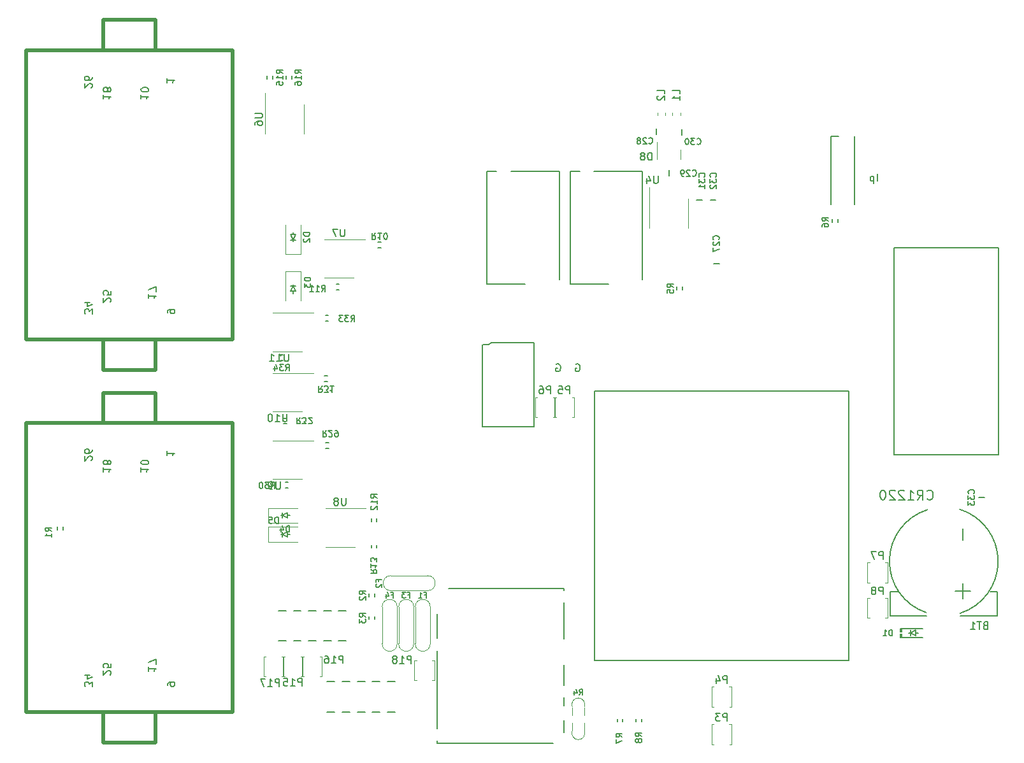
<source format=gbo>
G04 #@! TF.GenerationSoftware,KiCad,Pcbnew,8.0.9-8.0.9-0~ubuntu24.04.1*
G04 #@! TF.CreationDate,2025-10-26T13:01:33+00:00*
G04 #@! TF.ProjectId,uaefi,75616566-692e-46b6-9963-61645f706362,E*
G04 #@! TF.SameCoordinates,Original*
G04 #@! TF.FileFunction,Legend,Bot*
G04 #@! TF.FilePolarity,Positive*
%FSLAX46Y46*%
G04 Gerber Fmt 4.6, Leading zero omitted, Abs format (unit mm)*
G04 Created by KiCad (PCBNEW 8.0.9-8.0.9-0~ubuntu24.04.1) date 2025-10-26 13:01:33*
%MOMM*%
%LPD*%
G01*
G04 APERTURE LIST*
%ADD10C,0.150000*%
%ADD11C,0.127000*%
%ADD12C,0.170000*%
%ADD13C,0.200000*%
%ADD14C,0.120000*%
%ADD15C,0.500000*%
%ADD16C,0.099060*%
%ADD17C,0.150012*%
%ADD18C,0.203200*%
G04 APERTURE END LIST*
D10*
X116384867Y76055181D02*
X116384867Y77055181D01*
X115908677Y76721848D02*
X115908677Y75721848D01*
X115908677Y76674229D02*
X115813439Y76721848D01*
X115813439Y76721848D02*
X115622963Y76721848D01*
X115622963Y76721848D02*
X115527725Y76674229D01*
X115527725Y76674229D02*
X115480106Y76626610D01*
X115480106Y76626610D02*
X115432487Y76531372D01*
X115432487Y76531372D02*
X115432487Y76245658D01*
X115432487Y76245658D02*
X115480106Y76150420D01*
X115480106Y76150420D02*
X115527725Y76102800D01*
X115527725Y76102800D02*
X115622963Y76055181D01*
X115622963Y76055181D02*
X115813439Y76055181D01*
X115813439Y76055181D02*
X115908677Y76102800D01*
X76320582Y51707562D02*
X76415820Y51755181D01*
X76415820Y51755181D02*
X76558677Y51755181D01*
X76558677Y51755181D02*
X76701534Y51707562D01*
X76701534Y51707562D02*
X76796772Y51612324D01*
X76796772Y51612324D02*
X76844391Y51517086D01*
X76844391Y51517086D02*
X76892010Y51326610D01*
X76892010Y51326610D02*
X76892010Y51183753D01*
X76892010Y51183753D02*
X76844391Y50993277D01*
X76844391Y50993277D02*
X76796772Y50898039D01*
X76796772Y50898039D02*
X76701534Y50802800D01*
X76701534Y50802800D02*
X76558677Y50755181D01*
X76558677Y50755181D02*
X76463439Y50755181D01*
X76463439Y50755181D02*
X76320582Y50802800D01*
X76320582Y50802800D02*
X76272963Y50850420D01*
X76272963Y50850420D02*
X76272963Y51183753D01*
X76272963Y51183753D02*
X76463439Y51183753D01*
X73720582Y51707562D02*
X73815820Y51755181D01*
X73815820Y51755181D02*
X73958677Y51755181D01*
X73958677Y51755181D02*
X74101534Y51707562D01*
X74101534Y51707562D02*
X74196772Y51612324D01*
X74196772Y51612324D02*
X74244391Y51517086D01*
X74244391Y51517086D02*
X74292010Y51326610D01*
X74292010Y51326610D02*
X74292010Y51183753D01*
X74292010Y51183753D02*
X74244391Y50993277D01*
X74244391Y50993277D02*
X74196772Y50898039D01*
X74196772Y50898039D02*
X74101534Y50802800D01*
X74101534Y50802800D02*
X73958677Y50755181D01*
X73958677Y50755181D02*
X73863439Y50755181D01*
X73863439Y50755181D02*
X73720582Y50802800D01*
X73720582Y50802800D02*
X73672963Y50850420D01*
X73672963Y50850420D02*
X73672963Y51183753D01*
X73672963Y51183753D02*
X73863439Y51183753D01*
X117120581Y21105181D02*
X117120581Y22105181D01*
X117120581Y22105181D02*
X116739629Y22105181D01*
X116739629Y22105181D02*
X116644391Y22057562D01*
X116644391Y22057562D02*
X116596772Y22009943D01*
X116596772Y22009943D02*
X116549153Y21914705D01*
X116549153Y21914705D02*
X116549153Y21771848D01*
X116549153Y21771848D02*
X116596772Y21676610D01*
X116596772Y21676610D02*
X116644391Y21628991D01*
X116644391Y21628991D02*
X116739629Y21581372D01*
X116739629Y21581372D02*
X117120581Y21581372D01*
X115977724Y21676610D02*
X116072962Y21724229D01*
X116072962Y21724229D02*
X116120581Y21771848D01*
X116120581Y21771848D02*
X116168200Y21867086D01*
X116168200Y21867086D02*
X116168200Y21914705D01*
X116168200Y21914705D02*
X116120581Y22009943D01*
X116120581Y22009943D02*
X116072962Y22057562D01*
X116072962Y22057562D02*
X115977724Y22105181D01*
X115977724Y22105181D02*
X115787248Y22105181D01*
X115787248Y22105181D02*
X115692010Y22057562D01*
X115692010Y22057562D02*
X115644391Y22009943D01*
X115644391Y22009943D02*
X115596772Y21914705D01*
X115596772Y21914705D02*
X115596772Y21867086D01*
X115596772Y21867086D02*
X115644391Y21771848D01*
X115644391Y21771848D02*
X115692010Y21724229D01*
X115692010Y21724229D02*
X115787248Y21676610D01*
X115787248Y21676610D02*
X115977724Y21676610D01*
X115977724Y21676610D02*
X116072962Y21628991D01*
X116072962Y21628991D02*
X116120581Y21581372D01*
X116120581Y21581372D02*
X116168200Y21486134D01*
X116168200Y21486134D02*
X116168200Y21295658D01*
X116168200Y21295658D02*
X116120581Y21200420D01*
X116120581Y21200420D02*
X116072962Y21152800D01*
X116072962Y21152800D02*
X115977724Y21105181D01*
X115977724Y21105181D02*
X115787248Y21105181D01*
X115787248Y21105181D02*
X115692010Y21152800D01*
X115692010Y21152800D02*
X115644391Y21200420D01*
X115644391Y21200420D02*
X115596772Y21295658D01*
X115596772Y21295658D02*
X115596772Y21486134D01*
X115596772Y21486134D02*
X115644391Y21581372D01*
X115644391Y21581372D02*
X115692010Y21628991D01*
X115692010Y21628991D02*
X115787248Y21676610D01*
X75520581Y47805181D02*
X75520581Y48805181D01*
X75520581Y48805181D02*
X75139629Y48805181D01*
X75139629Y48805181D02*
X75044391Y48757562D01*
X75044391Y48757562D02*
X74996772Y48709943D01*
X74996772Y48709943D02*
X74949153Y48614705D01*
X74949153Y48614705D02*
X74949153Y48471848D01*
X74949153Y48471848D02*
X74996772Y48376610D01*
X74996772Y48376610D02*
X75044391Y48328991D01*
X75044391Y48328991D02*
X75139629Y48281372D01*
X75139629Y48281372D02*
X75520581Y48281372D01*
X74044391Y48805181D02*
X74520581Y48805181D01*
X74520581Y48805181D02*
X74568200Y48328991D01*
X74568200Y48328991D02*
X74520581Y48376610D01*
X74520581Y48376610D02*
X74425343Y48424229D01*
X74425343Y48424229D02*
X74187248Y48424229D01*
X74187248Y48424229D02*
X74092010Y48376610D01*
X74092010Y48376610D02*
X74044391Y48328991D01*
X74044391Y48328991D02*
X73996772Y48233753D01*
X73996772Y48233753D02*
X73996772Y47995658D01*
X73996772Y47995658D02*
X74044391Y47900420D01*
X74044391Y47900420D02*
X74092010Y47852800D01*
X74092010Y47852800D02*
X74187248Y47805181D01*
X74187248Y47805181D02*
X74425343Y47805181D01*
X74425343Y47805181D02*
X74520581Y47852800D01*
X74520581Y47852800D02*
X74568200Y47900420D01*
X13545180Y87544524D02*
X13545180Y86973096D01*
X13545180Y87258810D02*
X14545180Y87258810D01*
X14545180Y87258810D02*
X14402323Y87163572D01*
X14402323Y87163572D02*
X14307085Y87068334D01*
X14307085Y87068334D02*
X14259466Y86973096D01*
X14116609Y88115953D02*
X14164228Y88020715D01*
X14164228Y88020715D02*
X14211847Y87973096D01*
X14211847Y87973096D02*
X14307085Y87925477D01*
X14307085Y87925477D02*
X14354704Y87925477D01*
X14354704Y87925477D02*
X14449942Y87973096D01*
X14449942Y87973096D02*
X14497561Y88020715D01*
X14497561Y88020715D02*
X14545180Y88115953D01*
X14545180Y88115953D02*
X14545180Y88306429D01*
X14545180Y88306429D02*
X14497561Y88401667D01*
X14497561Y88401667D02*
X14449942Y88449286D01*
X14449942Y88449286D02*
X14354704Y88496905D01*
X14354704Y88496905D02*
X14307085Y88496905D01*
X14307085Y88496905D02*
X14211847Y88449286D01*
X14211847Y88449286D02*
X14164228Y88401667D01*
X14164228Y88401667D02*
X14116609Y88306429D01*
X14116609Y88306429D02*
X14116609Y88115953D01*
X14116609Y88115953D02*
X14068990Y88020715D01*
X14068990Y88020715D02*
X14021371Y87973096D01*
X14021371Y87973096D02*
X13926133Y87925477D01*
X13926133Y87925477D02*
X13735657Y87925477D01*
X13735657Y87925477D02*
X13640419Y87973096D01*
X13640419Y87973096D02*
X13592800Y88020715D01*
X13592800Y88020715D02*
X13545180Y88115953D01*
X13545180Y88115953D02*
X13545180Y88306429D01*
X13545180Y88306429D02*
X13592800Y88401667D01*
X13592800Y88401667D02*
X13640419Y88449286D01*
X13640419Y88449286D02*
X13735657Y88496905D01*
X13735657Y88496905D02*
X13926133Y88496905D01*
X13926133Y88496905D02*
X14021371Y88449286D01*
X14021371Y88449286D02*
X14068990Y88401667D01*
X14068990Y88401667D02*
X14116609Y88306429D01*
X19545180Y61044524D02*
X19545180Y60473096D01*
X19545180Y60758810D02*
X20545180Y60758810D01*
X20545180Y60758810D02*
X20402323Y60663572D01*
X20402323Y60663572D02*
X20307085Y60568334D01*
X20307085Y60568334D02*
X20259466Y60473096D01*
X20545180Y61377858D02*
X20545180Y62044524D01*
X20545180Y62044524D02*
X19545180Y61615953D01*
X14449942Y59973096D02*
X14497561Y60020715D01*
X14497561Y60020715D02*
X14545180Y60115953D01*
X14545180Y60115953D02*
X14545180Y60354048D01*
X14545180Y60354048D02*
X14497561Y60449286D01*
X14497561Y60449286D02*
X14449942Y60496905D01*
X14449942Y60496905D02*
X14354704Y60544524D01*
X14354704Y60544524D02*
X14259466Y60544524D01*
X14259466Y60544524D02*
X14116609Y60496905D01*
X14116609Y60496905D02*
X13545180Y59925477D01*
X13545180Y59925477D02*
X13545180Y60544524D01*
X14545180Y61449286D02*
X14545180Y60973096D01*
X14545180Y60973096D02*
X14068990Y60925477D01*
X14068990Y60925477D02*
X14116609Y60973096D01*
X14116609Y60973096D02*
X14164228Y61068334D01*
X14164228Y61068334D02*
X14164228Y61306429D01*
X14164228Y61306429D02*
X14116609Y61401667D01*
X14116609Y61401667D02*
X14068990Y61449286D01*
X14068990Y61449286D02*
X13973752Y61496905D01*
X13973752Y61496905D02*
X13735657Y61496905D01*
X13735657Y61496905D02*
X13640419Y61449286D01*
X13640419Y61449286D02*
X13592800Y61401667D01*
X13592800Y61401667D02*
X13545180Y61306429D01*
X13545180Y61306429D02*
X13545180Y61068334D01*
X13545180Y61068334D02*
X13592800Y60973096D01*
X13592800Y60973096D02*
X13640419Y60925477D01*
X18545180Y87544524D02*
X18545180Y86973096D01*
X18545180Y87258810D02*
X19545180Y87258810D01*
X19545180Y87258810D02*
X19402323Y87163572D01*
X19402323Y87163572D02*
X19307085Y87068334D01*
X19307085Y87068334D02*
X19259466Y86973096D01*
X19545180Y88163572D02*
X19545180Y88258810D01*
X19545180Y88258810D02*
X19497561Y88354048D01*
X19497561Y88354048D02*
X19449942Y88401667D01*
X19449942Y88401667D02*
X19354704Y88449286D01*
X19354704Y88449286D02*
X19164228Y88496905D01*
X19164228Y88496905D02*
X18926133Y88496905D01*
X18926133Y88496905D02*
X18735657Y88449286D01*
X18735657Y88449286D02*
X18640419Y88401667D01*
X18640419Y88401667D02*
X18592800Y88354048D01*
X18592800Y88354048D02*
X18545180Y88258810D01*
X18545180Y88258810D02*
X18545180Y88163572D01*
X18545180Y88163572D02*
X18592800Y88068334D01*
X18592800Y88068334D02*
X18640419Y88020715D01*
X18640419Y88020715D02*
X18735657Y87973096D01*
X18735657Y87973096D02*
X18926133Y87925477D01*
X18926133Y87925477D02*
X19164228Y87925477D01*
X19164228Y87925477D02*
X19354704Y87973096D01*
X19354704Y87973096D02*
X19449942Y88020715D01*
X19449942Y88020715D02*
X19497561Y88068334D01*
X19497561Y88068334D02*
X19545180Y88163572D01*
X22045180Y58544525D02*
X22045180Y58735001D01*
X22045180Y58735001D02*
X22092800Y58830239D01*
X22092800Y58830239D02*
X22140419Y58877858D01*
X22140419Y58877858D02*
X22283276Y58973096D01*
X22283276Y58973096D02*
X22473752Y59020715D01*
X22473752Y59020715D02*
X22854704Y59020715D01*
X22854704Y59020715D02*
X22949942Y58973096D01*
X22949942Y58973096D02*
X22997561Y58925477D01*
X22997561Y58925477D02*
X23045180Y58830239D01*
X23045180Y58830239D02*
X23045180Y58639763D01*
X23045180Y58639763D02*
X22997561Y58544525D01*
X22997561Y58544525D02*
X22949942Y58496906D01*
X22949942Y58496906D02*
X22854704Y58449287D01*
X22854704Y58449287D02*
X22616609Y58449287D01*
X22616609Y58449287D02*
X22521371Y58496906D01*
X22521371Y58496906D02*
X22473752Y58544525D01*
X22473752Y58544525D02*
X22426133Y58639763D01*
X22426133Y58639763D02*
X22426133Y58830239D01*
X22426133Y58830239D02*
X22473752Y58925477D01*
X22473752Y58925477D02*
X22521371Y58973096D01*
X22521371Y58973096D02*
X22616609Y59020715D01*
X11949942Y88473096D02*
X11997561Y88520715D01*
X11997561Y88520715D02*
X12045180Y88615953D01*
X12045180Y88615953D02*
X12045180Y88854048D01*
X12045180Y88854048D02*
X11997561Y88949286D01*
X11997561Y88949286D02*
X11949942Y88996905D01*
X11949942Y88996905D02*
X11854704Y89044524D01*
X11854704Y89044524D02*
X11759466Y89044524D01*
X11759466Y89044524D02*
X11616609Y88996905D01*
X11616609Y88996905D02*
X11045180Y88425477D01*
X11045180Y88425477D02*
X11045180Y89044524D01*
X12045180Y89901667D02*
X12045180Y89711191D01*
X12045180Y89711191D02*
X11997561Y89615953D01*
X11997561Y89615953D02*
X11949942Y89568334D01*
X11949942Y89568334D02*
X11807085Y89473096D01*
X11807085Y89473096D02*
X11616609Y89425477D01*
X11616609Y89425477D02*
X11235657Y89425477D01*
X11235657Y89425477D02*
X11140419Y89473096D01*
X11140419Y89473096D02*
X11092800Y89520715D01*
X11092800Y89520715D02*
X11045180Y89615953D01*
X11045180Y89615953D02*
X11045180Y89806429D01*
X11045180Y89806429D02*
X11092800Y89901667D01*
X11092800Y89901667D02*
X11140419Y89949286D01*
X11140419Y89949286D02*
X11235657Y89996905D01*
X11235657Y89996905D02*
X11473752Y89996905D01*
X11473752Y89996905D02*
X11568990Y89949286D01*
X11568990Y89949286D02*
X11616609Y89901667D01*
X11616609Y89901667D02*
X11664228Y89806429D01*
X11664228Y89806429D02*
X11664228Y89615953D01*
X11664228Y89615953D02*
X11616609Y89520715D01*
X11616609Y89520715D02*
X11568990Y89473096D01*
X11568990Y89473096D02*
X11473752Y89425477D01*
X12045180Y58425477D02*
X12045180Y59044524D01*
X12045180Y59044524D02*
X11664228Y58711191D01*
X11664228Y58711191D02*
X11664228Y58854048D01*
X11664228Y58854048D02*
X11616609Y58949286D01*
X11616609Y58949286D02*
X11568990Y58996905D01*
X11568990Y58996905D02*
X11473752Y59044524D01*
X11473752Y59044524D02*
X11235657Y59044524D01*
X11235657Y59044524D02*
X11140419Y58996905D01*
X11140419Y58996905D02*
X11092800Y58949286D01*
X11092800Y58949286D02*
X11045180Y58854048D01*
X11045180Y58854048D02*
X11045180Y58568334D01*
X11045180Y58568334D02*
X11092800Y58473096D01*
X11092800Y58473096D02*
X11140419Y58425477D01*
X11711847Y59901667D02*
X11045180Y59901667D01*
X12092800Y59663572D02*
X11378514Y59425477D01*
X11378514Y59425477D02*
X11378514Y60044524D01*
X22013180Y89720715D02*
X22013180Y89149287D01*
X22013180Y89435001D02*
X23013180Y89435001D01*
X23013180Y89435001D02*
X22870323Y89339763D01*
X22870323Y89339763D02*
X22775085Y89244525D01*
X22775085Y89244525D02*
X22727466Y89149287D01*
X39936772Y8955181D02*
X39936772Y9955181D01*
X39936772Y9955181D02*
X39555820Y9955181D01*
X39555820Y9955181D02*
X39460582Y9907562D01*
X39460582Y9907562D02*
X39412963Y9859943D01*
X39412963Y9859943D02*
X39365344Y9764705D01*
X39365344Y9764705D02*
X39365344Y9621848D01*
X39365344Y9621848D02*
X39412963Y9526610D01*
X39412963Y9526610D02*
X39460582Y9478991D01*
X39460582Y9478991D02*
X39555820Y9431372D01*
X39555820Y9431372D02*
X39936772Y9431372D01*
X38412963Y8955181D02*
X38984391Y8955181D01*
X38698677Y8955181D02*
X38698677Y9955181D01*
X38698677Y9955181D02*
X38793915Y9812324D01*
X38793915Y9812324D02*
X38889153Y9717086D01*
X38889153Y9717086D02*
X38984391Y9669467D01*
X37508201Y9955181D02*
X37984391Y9955181D01*
X37984391Y9955181D02*
X38032010Y9478991D01*
X38032010Y9478991D02*
X37984391Y9526610D01*
X37984391Y9526610D02*
X37889153Y9574229D01*
X37889153Y9574229D02*
X37651058Y9574229D01*
X37651058Y9574229D02*
X37555820Y9526610D01*
X37555820Y9526610D02*
X37508201Y9478991D01*
X37508201Y9478991D02*
X37460582Y9383753D01*
X37460582Y9383753D02*
X37460582Y9145658D01*
X37460582Y9145658D02*
X37508201Y9050420D01*
X37508201Y9050420D02*
X37555820Y9002800D01*
X37555820Y9002800D02*
X37651058Y8955181D01*
X37651058Y8955181D02*
X37889153Y8955181D01*
X37889153Y8955181D02*
X37984391Y9002800D01*
X37984391Y9002800D02*
X38032010Y9050420D01*
D11*
X51836486Y21063232D02*
X52090486Y21063232D01*
X52090486Y20664089D02*
X52090486Y21426089D01*
X52090486Y21426089D02*
X51727629Y21426089D01*
X51110772Y21172089D02*
X51110772Y20664089D01*
X51292200Y21462374D02*
X51473629Y20918089D01*
X51473629Y20918089D02*
X51001914Y20918089D01*
D10*
X96420581Y9305181D02*
X96420581Y10305181D01*
X96420581Y10305181D02*
X96039629Y10305181D01*
X96039629Y10305181D02*
X95944391Y10257562D01*
X95944391Y10257562D02*
X95896772Y10209943D01*
X95896772Y10209943D02*
X95849153Y10114705D01*
X95849153Y10114705D02*
X95849153Y9971848D01*
X95849153Y9971848D02*
X95896772Y9876610D01*
X95896772Y9876610D02*
X95944391Y9828991D01*
X95944391Y9828991D02*
X96039629Y9781372D01*
X96039629Y9781372D02*
X96420581Y9781372D01*
X94992010Y9971848D02*
X94992010Y9305181D01*
X95230105Y10352800D02*
X95468200Y9638515D01*
X95468200Y9638515D02*
X94849153Y9638515D01*
X36923491Y8902346D02*
X36923491Y9902346D01*
X36923491Y9902346D02*
X36542539Y9902346D01*
X36542539Y9902346D02*
X36447301Y9854727D01*
X36447301Y9854727D02*
X36399682Y9807108D01*
X36399682Y9807108D02*
X36352063Y9711870D01*
X36352063Y9711870D02*
X36352063Y9569013D01*
X36352063Y9569013D02*
X36399682Y9473775D01*
X36399682Y9473775D02*
X36447301Y9426156D01*
X36447301Y9426156D02*
X36542539Y9378537D01*
X36542539Y9378537D02*
X36923491Y9378537D01*
X35399682Y8902346D02*
X35971110Y8902346D01*
X35685396Y8902346D02*
X35685396Y9902346D01*
X35685396Y9902346D02*
X35780634Y9759489D01*
X35780634Y9759489D02*
X35875872Y9664251D01*
X35875872Y9664251D02*
X35971110Y9616632D01*
X35066348Y9902346D02*
X34399682Y9902346D01*
X34399682Y9902346D02*
X34828253Y8902346D01*
D11*
X54036486Y21063232D02*
X54290486Y21063232D01*
X54290486Y20664089D02*
X54290486Y21426089D01*
X54290486Y21426089D02*
X53927629Y21426089D01*
X53709914Y21426089D02*
X53238200Y21426089D01*
X53238200Y21426089D02*
X53492200Y21135803D01*
X53492200Y21135803D02*
X53383343Y21135803D01*
X53383343Y21135803D02*
X53310772Y21099517D01*
X53310772Y21099517D02*
X53274486Y21063232D01*
X53274486Y21063232D02*
X53238200Y20990660D01*
X53238200Y20990660D02*
X53238200Y20809232D01*
X53238200Y20809232D02*
X53274486Y20736660D01*
X53274486Y20736660D02*
X53310772Y20700374D01*
X53310772Y20700374D02*
X53383343Y20664089D01*
X53383343Y20664089D02*
X53601057Y20664089D01*
X53601057Y20664089D02*
X53673629Y20700374D01*
X53673629Y20700374D02*
X53709914Y20736660D01*
D10*
X54458025Y11951133D02*
X54458025Y12951133D01*
X54458025Y12951133D02*
X54077073Y12951133D01*
X54077073Y12951133D02*
X53981835Y12903514D01*
X53981835Y12903514D02*
X53934216Y12855895D01*
X53934216Y12855895D02*
X53886597Y12760657D01*
X53886597Y12760657D02*
X53886597Y12617800D01*
X53886597Y12617800D02*
X53934216Y12522562D01*
X53934216Y12522562D02*
X53981835Y12474943D01*
X53981835Y12474943D02*
X54077073Y12427324D01*
X54077073Y12427324D02*
X54458025Y12427324D01*
X52934216Y11951133D02*
X53505644Y11951133D01*
X53219930Y11951133D02*
X53219930Y12951133D01*
X53219930Y12951133D02*
X53315168Y12808276D01*
X53315168Y12808276D02*
X53410406Y12713038D01*
X53410406Y12713038D02*
X53505644Y12665419D01*
X52362787Y12522562D02*
X52458025Y12570181D01*
X52458025Y12570181D02*
X52505644Y12617800D01*
X52505644Y12617800D02*
X52553263Y12713038D01*
X52553263Y12713038D02*
X52553263Y12760657D01*
X52553263Y12760657D02*
X52505644Y12855895D01*
X52505644Y12855895D02*
X52458025Y12903514D01*
X52458025Y12903514D02*
X52362787Y12951133D01*
X52362787Y12951133D02*
X52172311Y12951133D01*
X52172311Y12951133D02*
X52077073Y12903514D01*
X52077073Y12903514D02*
X52029454Y12855895D01*
X52029454Y12855895D02*
X51981835Y12760657D01*
X51981835Y12760657D02*
X51981835Y12713038D01*
X51981835Y12713038D02*
X52029454Y12617800D01*
X52029454Y12617800D02*
X52077073Y12570181D01*
X52077073Y12570181D02*
X52172311Y12522562D01*
X52172311Y12522562D02*
X52362787Y12522562D01*
X52362787Y12522562D02*
X52458025Y12474943D01*
X52458025Y12474943D02*
X52505644Y12427324D01*
X52505644Y12427324D02*
X52553263Y12332086D01*
X52553263Y12332086D02*
X52553263Y12141610D01*
X52553263Y12141610D02*
X52505644Y12046372D01*
X52505644Y12046372D02*
X52458025Y11998752D01*
X52458025Y11998752D02*
X52362787Y11951133D01*
X52362787Y11951133D02*
X52172311Y11951133D01*
X52172311Y11951133D02*
X52077073Y11998752D01*
X52077073Y11998752D02*
X52029454Y12046372D01*
X52029454Y12046372D02*
X51981835Y12141610D01*
X51981835Y12141610D02*
X51981835Y12332086D01*
X51981835Y12332086D02*
X52029454Y12427324D01*
X52029454Y12427324D02*
X52077073Y12474943D01*
X52077073Y12474943D02*
X52172311Y12522562D01*
X12045180Y8875477D02*
X12045180Y9494524D01*
X12045180Y9494524D02*
X11664228Y9161191D01*
X11664228Y9161191D02*
X11664228Y9304048D01*
X11664228Y9304048D02*
X11616609Y9399286D01*
X11616609Y9399286D02*
X11568990Y9446905D01*
X11568990Y9446905D02*
X11473752Y9494524D01*
X11473752Y9494524D02*
X11235657Y9494524D01*
X11235657Y9494524D02*
X11140419Y9446905D01*
X11140419Y9446905D02*
X11092800Y9399286D01*
X11092800Y9399286D02*
X11045180Y9304048D01*
X11045180Y9304048D02*
X11045180Y9018334D01*
X11045180Y9018334D02*
X11092800Y8923096D01*
X11092800Y8923096D02*
X11140419Y8875477D01*
X11711847Y10351667D02*
X11045180Y10351667D01*
X12092800Y10113572D02*
X11378514Y9875477D01*
X11378514Y9875477D02*
X11378514Y10494524D01*
X22045180Y8994525D02*
X22045180Y9185001D01*
X22045180Y9185001D02*
X22092800Y9280239D01*
X22092800Y9280239D02*
X22140419Y9327858D01*
X22140419Y9327858D02*
X22283276Y9423096D01*
X22283276Y9423096D02*
X22473752Y9470715D01*
X22473752Y9470715D02*
X22854704Y9470715D01*
X22854704Y9470715D02*
X22949942Y9423096D01*
X22949942Y9423096D02*
X22997561Y9375477D01*
X22997561Y9375477D02*
X23045180Y9280239D01*
X23045180Y9280239D02*
X23045180Y9089763D01*
X23045180Y9089763D02*
X22997561Y8994525D01*
X22997561Y8994525D02*
X22949942Y8946906D01*
X22949942Y8946906D02*
X22854704Y8899287D01*
X22854704Y8899287D02*
X22616609Y8899287D01*
X22616609Y8899287D02*
X22521371Y8946906D01*
X22521371Y8946906D02*
X22473752Y8994525D01*
X22473752Y8994525D02*
X22426133Y9089763D01*
X22426133Y9089763D02*
X22426133Y9280239D01*
X22426133Y9280239D02*
X22473752Y9375477D01*
X22473752Y9375477D02*
X22521371Y9423096D01*
X22521371Y9423096D02*
X22616609Y9470715D01*
X13545180Y37994524D02*
X13545180Y37423096D01*
X13545180Y37708810D02*
X14545180Y37708810D01*
X14545180Y37708810D02*
X14402323Y37613572D01*
X14402323Y37613572D02*
X14307085Y37518334D01*
X14307085Y37518334D02*
X14259466Y37423096D01*
X14116609Y38565953D02*
X14164228Y38470715D01*
X14164228Y38470715D02*
X14211847Y38423096D01*
X14211847Y38423096D02*
X14307085Y38375477D01*
X14307085Y38375477D02*
X14354704Y38375477D01*
X14354704Y38375477D02*
X14449942Y38423096D01*
X14449942Y38423096D02*
X14497561Y38470715D01*
X14497561Y38470715D02*
X14545180Y38565953D01*
X14545180Y38565953D02*
X14545180Y38756429D01*
X14545180Y38756429D02*
X14497561Y38851667D01*
X14497561Y38851667D02*
X14449942Y38899286D01*
X14449942Y38899286D02*
X14354704Y38946905D01*
X14354704Y38946905D02*
X14307085Y38946905D01*
X14307085Y38946905D02*
X14211847Y38899286D01*
X14211847Y38899286D02*
X14164228Y38851667D01*
X14164228Y38851667D02*
X14116609Y38756429D01*
X14116609Y38756429D02*
X14116609Y38565953D01*
X14116609Y38565953D02*
X14068990Y38470715D01*
X14068990Y38470715D02*
X14021371Y38423096D01*
X14021371Y38423096D02*
X13926133Y38375477D01*
X13926133Y38375477D02*
X13735657Y38375477D01*
X13735657Y38375477D02*
X13640419Y38423096D01*
X13640419Y38423096D02*
X13592800Y38470715D01*
X13592800Y38470715D02*
X13545180Y38565953D01*
X13545180Y38565953D02*
X13545180Y38756429D01*
X13545180Y38756429D02*
X13592800Y38851667D01*
X13592800Y38851667D02*
X13640419Y38899286D01*
X13640419Y38899286D02*
X13735657Y38946905D01*
X13735657Y38946905D02*
X13926133Y38946905D01*
X13926133Y38946905D02*
X14021371Y38899286D01*
X14021371Y38899286D02*
X14068990Y38851667D01*
X14068990Y38851667D02*
X14116609Y38756429D01*
X22013180Y40170715D02*
X22013180Y39599287D01*
X22013180Y39885001D02*
X23013180Y39885001D01*
X23013180Y39885001D02*
X22870323Y39789763D01*
X22870323Y39789763D02*
X22775085Y39694525D01*
X22775085Y39694525D02*
X22727466Y39599287D01*
X19545180Y11494524D02*
X19545180Y10923096D01*
X19545180Y11208810D02*
X20545180Y11208810D01*
X20545180Y11208810D02*
X20402323Y11113572D01*
X20402323Y11113572D02*
X20307085Y11018334D01*
X20307085Y11018334D02*
X20259466Y10923096D01*
X20545180Y11827858D02*
X20545180Y12494524D01*
X20545180Y12494524D02*
X19545180Y12065953D01*
X14449942Y10423096D02*
X14497561Y10470715D01*
X14497561Y10470715D02*
X14545180Y10565953D01*
X14545180Y10565953D02*
X14545180Y10804048D01*
X14545180Y10804048D02*
X14497561Y10899286D01*
X14497561Y10899286D02*
X14449942Y10946905D01*
X14449942Y10946905D02*
X14354704Y10994524D01*
X14354704Y10994524D02*
X14259466Y10994524D01*
X14259466Y10994524D02*
X14116609Y10946905D01*
X14116609Y10946905D02*
X13545180Y10375477D01*
X13545180Y10375477D02*
X13545180Y10994524D01*
X14545180Y11899286D02*
X14545180Y11423096D01*
X14545180Y11423096D02*
X14068990Y11375477D01*
X14068990Y11375477D02*
X14116609Y11423096D01*
X14116609Y11423096D02*
X14164228Y11518334D01*
X14164228Y11518334D02*
X14164228Y11756429D01*
X14164228Y11756429D02*
X14116609Y11851667D01*
X14116609Y11851667D02*
X14068990Y11899286D01*
X14068990Y11899286D02*
X13973752Y11946905D01*
X13973752Y11946905D02*
X13735657Y11946905D01*
X13735657Y11946905D02*
X13640419Y11899286D01*
X13640419Y11899286D02*
X13592800Y11851667D01*
X13592800Y11851667D02*
X13545180Y11756429D01*
X13545180Y11756429D02*
X13545180Y11518334D01*
X13545180Y11518334D02*
X13592800Y11423096D01*
X13592800Y11423096D02*
X13640419Y11375477D01*
X11949942Y38923096D02*
X11997561Y38970715D01*
X11997561Y38970715D02*
X12045180Y39065953D01*
X12045180Y39065953D02*
X12045180Y39304048D01*
X12045180Y39304048D02*
X11997561Y39399286D01*
X11997561Y39399286D02*
X11949942Y39446905D01*
X11949942Y39446905D02*
X11854704Y39494524D01*
X11854704Y39494524D02*
X11759466Y39494524D01*
X11759466Y39494524D02*
X11616609Y39446905D01*
X11616609Y39446905D02*
X11045180Y38875477D01*
X11045180Y38875477D02*
X11045180Y39494524D01*
X12045180Y40351667D02*
X12045180Y40161191D01*
X12045180Y40161191D02*
X11997561Y40065953D01*
X11997561Y40065953D02*
X11949942Y40018334D01*
X11949942Y40018334D02*
X11807085Y39923096D01*
X11807085Y39923096D02*
X11616609Y39875477D01*
X11616609Y39875477D02*
X11235657Y39875477D01*
X11235657Y39875477D02*
X11140419Y39923096D01*
X11140419Y39923096D02*
X11092800Y39970715D01*
X11092800Y39970715D02*
X11045180Y40065953D01*
X11045180Y40065953D02*
X11045180Y40256429D01*
X11045180Y40256429D02*
X11092800Y40351667D01*
X11092800Y40351667D02*
X11140419Y40399286D01*
X11140419Y40399286D02*
X11235657Y40446905D01*
X11235657Y40446905D02*
X11473752Y40446905D01*
X11473752Y40446905D02*
X11568990Y40399286D01*
X11568990Y40399286D02*
X11616609Y40351667D01*
X11616609Y40351667D02*
X11664228Y40256429D01*
X11664228Y40256429D02*
X11664228Y40065953D01*
X11664228Y40065953D02*
X11616609Y39970715D01*
X11616609Y39970715D02*
X11568990Y39923096D01*
X11568990Y39923096D02*
X11473752Y39875477D01*
X18545180Y37994524D02*
X18545180Y37423096D01*
X18545180Y37708810D02*
X19545180Y37708810D01*
X19545180Y37708810D02*
X19402323Y37613572D01*
X19402323Y37613572D02*
X19307085Y37518334D01*
X19307085Y37518334D02*
X19259466Y37423096D01*
X19545180Y38613572D02*
X19545180Y38708810D01*
X19545180Y38708810D02*
X19497561Y38804048D01*
X19497561Y38804048D02*
X19449942Y38851667D01*
X19449942Y38851667D02*
X19354704Y38899286D01*
X19354704Y38899286D02*
X19164228Y38946905D01*
X19164228Y38946905D02*
X18926133Y38946905D01*
X18926133Y38946905D02*
X18735657Y38899286D01*
X18735657Y38899286D02*
X18640419Y38851667D01*
X18640419Y38851667D02*
X18592800Y38804048D01*
X18592800Y38804048D02*
X18545180Y38708810D01*
X18545180Y38708810D02*
X18545180Y38613572D01*
X18545180Y38613572D02*
X18592800Y38518334D01*
X18592800Y38518334D02*
X18640419Y38470715D01*
X18640419Y38470715D02*
X18735657Y38423096D01*
X18735657Y38423096D02*
X18926133Y38375477D01*
X18926133Y38375477D02*
X19164228Y38375477D01*
X19164228Y38375477D02*
X19354704Y38423096D01*
X19354704Y38423096D02*
X19449942Y38470715D01*
X19449942Y38470715D02*
X19497561Y38518334D01*
X19497561Y38518334D02*
X19545180Y38613572D01*
X72980581Y47805181D02*
X72980581Y48805181D01*
X72980581Y48805181D02*
X72599629Y48805181D01*
X72599629Y48805181D02*
X72504391Y48757562D01*
X72504391Y48757562D02*
X72456772Y48709943D01*
X72456772Y48709943D02*
X72409153Y48614705D01*
X72409153Y48614705D02*
X72409153Y48471848D01*
X72409153Y48471848D02*
X72456772Y48376610D01*
X72456772Y48376610D02*
X72504391Y48328991D01*
X72504391Y48328991D02*
X72599629Y48281372D01*
X72599629Y48281372D02*
X72980581Y48281372D01*
X71552010Y48805181D02*
X71742486Y48805181D01*
X71742486Y48805181D02*
X71837724Y48757562D01*
X71837724Y48757562D02*
X71885343Y48709943D01*
X71885343Y48709943D02*
X71980581Y48567086D01*
X71980581Y48567086D02*
X72028200Y48376610D01*
X72028200Y48376610D02*
X72028200Y47995658D01*
X72028200Y47995658D02*
X71980581Y47900420D01*
X71980581Y47900420D02*
X71932962Y47852800D01*
X71932962Y47852800D02*
X71837724Y47805181D01*
X71837724Y47805181D02*
X71647248Y47805181D01*
X71647248Y47805181D02*
X71552010Y47852800D01*
X71552010Y47852800D02*
X71504391Y47900420D01*
X71504391Y47900420D02*
X71456772Y47995658D01*
X71456772Y47995658D02*
X71456772Y48233753D01*
X71456772Y48233753D02*
X71504391Y48328991D01*
X71504391Y48328991D02*
X71552010Y48376610D01*
X71552010Y48376610D02*
X71647248Y48424229D01*
X71647248Y48424229D02*
X71837724Y48424229D01*
X71837724Y48424229D02*
X71932962Y48376610D01*
X71932962Y48376610D02*
X71980581Y48328991D01*
X71980581Y48328991D02*
X72028200Y48233753D01*
D11*
X56236486Y21063232D02*
X56490486Y21063232D01*
X56490486Y20664089D02*
X56490486Y21426089D01*
X56490486Y21426089D02*
X56127629Y21426089D01*
X55438200Y20664089D02*
X55873629Y20664089D01*
X55655914Y20664089D02*
X55655914Y21426089D01*
X55655914Y21426089D02*
X55728486Y21317232D01*
X55728486Y21317232D02*
X55801057Y21244660D01*
X55801057Y21244660D02*
X55873629Y21208374D01*
D10*
X96420581Y4305181D02*
X96420581Y5305181D01*
X96420581Y5305181D02*
X96039629Y5305181D01*
X96039629Y5305181D02*
X95944391Y5257562D01*
X95944391Y5257562D02*
X95896772Y5209943D01*
X95896772Y5209943D02*
X95849153Y5114705D01*
X95849153Y5114705D02*
X95849153Y4971848D01*
X95849153Y4971848D02*
X95896772Y4876610D01*
X95896772Y4876610D02*
X95944391Y4828991D01*
X95944391Y4828991D02*
X96039629Y4781372D01*
X96039629Y4781372D02*
X96420581Y4781372D01*
X95515819Y5305181D02*
X94896772Y5305181D01*
X94896772Y5305181D02*
X95230105Y4924229D01*
X95230105Y4924229D02*
X95087248Y4924229D01*
X95087248Y4924229D02*
X94992010Y4876610D01*
X94992010Y4876610D02*
X94944391Y4828991D01*
X94944391Y4828991D02*
X94896772Y4733753D01*
X94896772Y4733753D02*
X94896772Y4495658D01*
X94896772Y4495658D02*
X94944391Y4400420D01*
X94944391Y4400420D02*
X94992010Y4352800D01*
X94992010Y4352800D02*
X95087248Y4305181D01*
X95087248Y4305181D02*
X95372962Y4305181D01*
X95372962Y4305181D02*
X95468200Y4352800D01*
X95468200Y4352800D02*
X95515819Y4400420D01*
D11*
X76784095Y7733698D02*
X77038095Y8096555D01*
X77219524Y7733698D02*
X77219524Y8495698D01*
X77219524Y8495698D02*
X76929238Y8495698D01*
X76929238Y8495698D02*
X76856667Y8459412D01*
X76856667Y8459412D02*
X76820381Y8423126D01*
X76820381Y8423126D02*
X76784095Y8350555D01*
X76784095Y8350555D02*
X76784095Y8241698D01*
X76784095Y8241698D02*
X76820381Y8169126D01*
X76820381Y8169126D02*
X76856667Y8132841D01*
X76856667Y8132841D02*
X76929238Y8096555D01*
X76929238Y8096555D02*
X77219524Y8096555D01*
X76130953Y8241698D02*
X76130953Y7733698D01*
X76312381Y8531983D02*
X76493810Y7987698D01*
X76493810Y7987698D02*
X76022095Y7987698D01*
D10*
X117120581Y25805181D02*
X117120581Y26805181D01*
X117120581Y26805181D02*
X116739629Y26805181D01*
X116739629Y26805181D02*
X116644391Y26757562D01*
X116644391Y26757562D02*
X116596772Y26709943D01*
X116596772Y26709943D02*
X116549153Y26614705D01*
X116549153Y26614705D02*
X116549153Y26471848D01*
X116549153Y26471848D02*
X116596772Y26376610D01*
X116596772Y26376610D02*
X116644391Y26328991D01*
X116644391Y26328991D02*
X116739629Y26281372D01*
X116739629Y26281372D02*
X117120581Y26281372D01*
X116215819Y26805181D02*
X115549153Y26805181D01*
X115549153Y26805181D02*
X115977724Y25805181D01*
D11*
X50129255Y22864000D02*
X50129255Y23118000D01*
X50528398Y23118000D02*
X49766398Y23118000D01*
X49766398Y23118000D02*
X49766398Y22755143D01*
X49838970Y22501143D02*
X49802684Y22464857D01*
X49802684Y22464857D02*
X49766398Y22392285D01*
X49766398Y22392285D02*
X49766398Y22210857D01*
X49766398Y22210857D02*
X49802684Y22138285D01*
X49802684Y22138285D02*
X49838970Y22102000D01*
X49838970Y22102000D02*
X49911541Y22065714D01*
X49911541Y22065714D02*
X49984113Y22065714D01*
X49984113Y22065714D02*
X50092970Y22102000D01*
X50092970Y22102000D02*
X50528398Y22537428D01*
X50528398Y22537428D02*
X50528398Y22065714D01*
D10*
X45396772Y11955181D02*
X45396772Y12955181D01*
X45396772Y12955181D02*
X45015820Y12955181D01*
X45015820Y12955181D02*
X44920582Y12907562D01*
X44920582Y12907562D02*
X44872963Y12859943D01*
X44872963Y12859943D02*
X44825344Y12764705D01*
X44825344Y12764705D02*
X44825344Y12621848D01*
X44825344Y12621848D02*
X44872963Y12526610D01*
X44872963Y12526610D02*
X44920582Y12478991D01*
X44920582Y12478991D02*
X45015820Y12431372D01*
X45015820Y12431372D02*
X45396772Y12431372D01*
X43872963Y11955181D02*
X44444391Y11955181D01*
X44158677Y11955181D02*
X44158677Y12955181D01*
X44158677Y12955181D02*
X44253915Y12812324D01*
X44253915Y12812324D02*
X44349153Y12717086D01*
X44349153Y12717086D02*
X44444391Y12669467D01*
X43015820Y12955181D02*
X43206296Y12955181D01*
X43206296Y12955181D02*
X43301534Y12907562D01*
X43301534Y12907562D02*
X43349153Y12859943D01*
X43349153Y12859943D02*
X43444391Y12717086D01*
X43444391Y12717086D02*
X43492010Y12526610D01*
X43492010Y12526610D02*
X43492010Y12145658D01*
X43492010Y12145658D02*
X43444391Y12050420D01*
X43444391Y12050420D02*
X43396772Y12002800D01*
X43396772Y12002800D02*
X43301534Y11955181D01*
X43301534Y11955181D02*
X43111058Y11955181D01*
X43111058Y11955181D02*
X43015820Y12002800D01*
X43015820Y12002800D02*
X42968201Y12050420D01*
X42968201Y12050420D02*
X42920582Y12145658D01*
X42920582Y12145658D02*
X42920582Y12383753D01*
X42920582Y12383753D02*
X42968201Y12478991D01*
X42968201Y12478991D02*
X43015820Y12526610D01*
X43015820Y12526610D02*
X43111058Y12574229D01*
X43111058Y12574229D02*
X43301534Y12574229D01*
X43301534Y12574229D02*
X43396772Y12526610D01*
X43396772Y12526610D02*
X43444391Y12478991D01*
X43444391Y12478991D02*
X43492010Y12383753D01*
X86420581Y78855181D02*
X86420581Y79855181D01*
X86420581Y79855181D02*
X86182486Y79855181D01*
X86182486Y79855181D02*
X86039629Y79807562D01*
X86039629Y79807562D02*
X85944391Y79712324D01*
X85944391Y79712324D02*
X85896772Y79617086D01*
X85896772Y79617086D02*
X85849153Y79426610D01*
X85849153Y79426610D02*
X85849153Y79283753D01*
X85849153Y79283753D02*
X85896772Y79093277D01*
X85896772Y79093277D02*
X85944391Y78998039D01*
X85944391Y78998039D02*
X86039629Y78902800D01*
X86039629Y78902800D02*
X86182486Y78855181D01*
X86182486Y78855181D02*
X86420581Y78855181D01*
X85277724Y79426610D02*
X85372962Y79474229D01*
X85372962Y79474229D02*
X85420581Y79521848D01*
X85420581Y79521848D02*
X85468200Y79617086D01*
X85468200Y79617086D02*
X85468200Y79664705D01*
X85468200Y79664705D02*
X85420581Y79759943D01*
X85420581Y79759943D02*
X85372962Y79807562D01*
X85372962Y79807562D02*
X85277724Y79855181D01*
X85277724Y79855181D02*
X85087248Y79855181D01*
X85087248Y79855181D02*
X84992010Y79807562D01*
X84992010Y79807562D02*
X84944391Y79759943D01*
X84944391Y79759943D02*
X84896772Y79664705D01*
X84896772Y79664705D02*
X84896772Y79617086D01*
X84896772Y79617086D02*
X84944391Y79521848D01*
X84944391Y79521848D02*
X84992010Y79474229D01*
X84992010Y79474229D02*
X85087248Y79426610D01*
X85087248Y79426610D02*
X85277724Y79426610D01*
X85277724Y79426610D02*
X85372962Y79378991D01*
X85372962Y79378991D02*
X85420581Y79331372D01*
X85420581Y79331372D02*
X85468200Y79236134D01*
X85468200Y79236134D02*
X85468200Y79045658D01*
X85468200Y79045658D02*
X85420581Y78950420D01*
X85420581Y78950420D02*
X85372962Y78902800D01*
X85372962Y78902800D02*
X85277724Y78855181D01*
X85277724Y78855181D02*
X85087248Y78855181D01*
X85087248Y78855181D02*
X84992010Y78902800D01*
X84992010Y78902800D02*
X84944391Y78950420D01*
X84944391Y78950420D02*
X84896772Y79045658D01*
X84896772Y79045658D02*
X84896772Y79236134D01*
X84896772Y79236134D02*
X84944391Y79331372D01*
X84944391Y79331372D02*
X84992010Y79378991D01*
X84992010Y79378991D02*
X85087248Y79426610D01*
X45611904Y69685181D02*
X45611904Y68875658D01*
X45611904Y68875658D02*
X45564285Y68780420D01*
X45564285Y68780420D02*
X45516666Y68732800D01*
X45516666Y68732800D02*
X45421428Y68685181D01*
X45421428Y68685181D02*
X45230952Y68685181D01*
X45230952Y68685181D02*
X45135714Y68732800D01*
X45135714Y68732800D02*
X45088095Y68780420D01*
X45088095Y68780420D02*
X45040476Y68875658D01*
X45040476Y68875658D02*
X45040476Y69685181D01*
X44659523Y69685181D02*
X43992857Y69685181D01*
X43992857Y69685181D02*
X44421428Y68685181D01*
D12*
X95295199Y68284348D02*
X95334247Y68323396D01*
X95334247Y68323396D02*
X95373294Y68440539D01*
X95373294Y68440539D02*
X95373294Y68518634D01*
X95373294Y68518634D02*
X95334247Y68635777D01*
X95334247Y68635777D02*
X95256151Y68713872D01*
X95256151Y68713872D02*
X95178056Y68752920D01*
X95178056Y68752920D02*
X95021865Y68791968D01*
X95021865Y68791968D02*
X94904722Y68791968D01*
X94904722Y68791968D02*
X94748532Y68752920D01*
X94748532Y68752920D02*
X94670436Y68713872D01*
X94670436Y68713872D02*
X94592341Y68635777D01*
X94592341Y68635777D02*
X94553293Y68518634D01*
X94553293Y68518634D02*
X94553293Y68440539D01*
X94553293Y68440539D02*
X94592341Y68323396D01*
X94592341Y68323396D02*
X94631389Y68284348D01*
X94631389Y67971967D02*
X94592341Y67932919D01*
X94592341Y67932919D02*
X94553293Y67854824D01*
X94553293Y67854824D02*
X94553293Y67659585D01*
X94553293Y67659585D02*
X94592341Y67581490D01*
X94592341Y67581490D02*
X94631389Y67542442D01*
X94631389Y67542442D02*
X94709484Y67503395D01*
X94709484Y67503395D02*
X94787579Y67503395D01*
X94787579Y67503395D02*
X94904722Y67542442D01*
X94904722Y67542442D02*
X95373294Y68011014D01*
X95373294Y68011014D02*
X95373294Y67503395D01*
X94553293Y67230061D02*
X94553293Y66683394D01*
X94553293Y66683394D02*
X95373294Y67034823D01*
X38290237Y29439492D02*
X38290237Y30259492D01*
X38290237Y30259492D02*
X38094999Y30259492D01*
X38094999Y30259492D02*
X37977856Y30220444D01*
X37977856Y30220444D02*
X37899761Y30142349D01*
X37899761Y30142349D02*
X37860714Y30064254D01*
X37860714Y30064254D02*
X37821666Y29908063D01*
X37821666Y29908063D02*
X37821666Y29790920D01*
X37821666Y29790920D02*
X37860714Y29634730D01*
X37860714Y29634730D02*
X37899761Y29556635D01*
X37899761Y29556635D02*
X37977856Y29478539D01*
X37977856Y29478539D02*
X38094999Y29439492D01*
X38094999Y29439492D02*
X38290237Y29439492D01*
X37118809Y29986159D02*
X37118809Y29439492D01*
X37314047Y30298539D02*
X37509285Y29712825D01*
X37509285Y29712825D02*
X37001666Y29712825D01*
D10*
X130735201Y16999049D02*
X130592344Y16951430D01*
X130592344Y16951430D02*
X130544725Y16903811D01*
X130544725Y16903811D02*
X130497106Y16808573D01*
X130497106Y16808573D02*
X130497106Y16665716D01*
X130497106Y16665716D02*
X130544725Y16570478D01*
X130544725Y16570478D02*
X130592344Y16522858D01*
X130592344Y16522858D02*
X130687582Y16475239D01*
X130687582Y16475239D02*
X131068534Y16475239D01*
X131068534Y16475239D02*
X131068534Y17475239D01*
X131068534Y17475239D02*
X130735201Y17475239D01*
X130735201Y17475239D02*
X130639963Y17427620D01*
X130639963Y17427620D02*
X130592344Y17380001D01*
X130592344Y17380001D02*
X130544725Y17284763D01*
X130544725Y17284763D02*
X130544725Y17189525D01*
X130544725Y17189525D02*
X130592344Y17094287D01*
X130592344Y17094287D02*
X130639963Y17046668D01*
X130639963Y17046668D02*
X130735201Y16999049D01*
X130735201Y16999049D02*
X131068534Y16999049D01*
X130211391Y17475239D02*
X129639963Y17475239D01*
X129925677Y16475239D02*
X129925677Y17475239D01*
X128782820Y16475239D02*
X129354248Y16475239D01*
X129068534Y16475239D02*
X129068534Y17475239D01*
X129068534Y17475239D02*
X129163772Y17332382D01*
X129163772Y17332382D02*
X129259010Y17237144D01*
X129259010Y17237144D02*
X129354248Y17189525D01*
D13*
X122998528Y33803305D02*
X123060432Y33741400D01*
X123060432Y33741400D02*
X123246147Y33679496D01*
X123246147Y33679496D02*
X123369956Y33679496D01*
X123369956Y33679496D02*
X123555670Y33741400D01*
X123555670Y33741400D02*
X123679480Y33865210D01*
X123679480Y33865210D02*
X123741385Y33989020D01*
X123741385Y33989020D02*
X123803289Y34236639D01*
X123803289Y34236639D02*
X123803289Y34422353D01*
X123803289Y34422353D02*
X123741385Y34669972D01*
X123741385Y34669972D02*
X123679480Y34793781D01*
X123679480Y34793781D02*
X123555670Y34917591D01*
X123555670Y34917591D02*
X123369956Y34979496D01*
X123369956Y34979496D02*
X123246147Y34979496D01*
X123246147Y34979496D02*
X123060432Y34917591D01*
X123060432Y34917591D02*
X122998528Y34855686D01*
X121698528Y33679496D02*
X122131861Y34298543D01*
X122441385Y33679496D02*
X122441385Y34979496D01*
X122441385Y34979496D02*
X121946147Y34979496D01*
X121946147Y34979496D02*
X121822337Y34917591D01*
X121822337Y34917591D02*
X121760432Y34855686D01*
X121760432Y34855686D02*
X121698528Y34731877D01*
X121698528Y34731877D02*
X121698528Y34546162D01*
X121698528Y34546162D02*
X121760432Y34422353D01*
X121760432Y34422353D02*
X121822337Y34360448D01*
X121822337Y34360448D02*
X121946147Y34298543D01*
X121946147Y34298543D02*
X122441385Y34298543D01*
X120460432Y33679496D02*
X121203289Y33679496D01*
X120831861Y33679496D02*
X120831861Y34979496D01*
X120831861Y34979496D02*
X120955670Y34793781D01*
X120955670Y34793781D02*
X121079480Y34669972D01*
X121079480Y34669972D02*
X121203289Y34608067D01*
X119965194Y34855686D02*
X119903290Y34917591D01*
X119903290Y34917591D02*
X119779480Y34979496D01*
X119779480Y34979496D02*
X119469956Y34979496D01*
X119469956Y34979496D02*
X119346147Y34917591D01*
X119346147Y34917591D02*
X119284242Y34855686D01*
X119284242Y34855686D02*
X119222337Y34731877D01*
X119222337Y34731877D02*
X119222337Y34608067D01*
X119222337Y34608067D02*
X119284242Y34422353D01*
X119284242Y34422353D02*
X120027099Y33679496D01*
X120027099Y33679496D02*
X119222337Y33679496D01*
X118727099Y34855686D02*
X118665195Y34917591D01*
X118665195Y34917591D02*
X118541385Y34979496D01*
X118541385Y34979496D02*
X118231861Y34979496D01*
X118231861Y34979496D02*
X118108052Y34917591D01*
X118108052Y34917591D02*
X118046147Y34855686D01*
X118046147Y34855686D02*
X117984242Y34731877D01*
X117984242Y34731877D02*
X117984242Y34608067D01*
X117984242Y34608067D02*
X118046147Y34422353D01*
X118046147Y34422353D02*
X118789004Y33679496D01*
X118789004Y33679496D02*
X117984242Y33679496D01*
X117179481Y34979496D02*
X117055671Y34979496D01*
X117055671Y34979496D02*
X116931862Y34917591D01*
X116931862Y34917591D02*
X116869957Y34855686D01*
X116869957Y34855686D02*
X116808052Y34731877D01*
X116808052Y34731877D02*
X116746147Y34484258D01*
X116746147Y34484258D02*
X116746147Y34174734D01*
X116746147Y34174734D02*
X116808052Y33927115D01*
X116808052Y33927115D02*
X116869957Y33803305D01*
X116869957Y33803305D02*
X116931862Y33741400D01*
X116931862Y33741400D02*
X117055671Y33679496D01*
X117055671Y33679496D02*
X117179481Y33679496D01*
X117179481Y33679496D02*
X117303290Y33741400D01*
X117303290Y33741400D02*
X117365195Y33803305D01*
X117365195Y33803305D02*
X117427100Y33927115D01*
X117427100Y33927115D02*
X117489004Y34174734D01*
X117489004Y34174734D02*
X117489004Y34484258D01*
X117489004Y34484258D02*
X117427100Y34731877D01*
X117427100Y34731877D02*
X117365195Y34855686D01*
X117365195Y34855686D02*
X117303290Y34917591D01*
X117303290Y34917591D02*
X117179481Y34979496D01*
D10*
X37938094Y45095181D02*
X37938094Y44285658D01*
X37938094Y44285658D02*
X37890475Y44190420D01*
X37890475Y44190420D02*
X37842856Y44142800D01*
X37842856Y44142800D02*
X37747618Y44095181D01*
X37747618Y44095181D02*
X37557142Y44095181D01*
X37557142Y44095181D02*
X37461904Y44142800D01*
X37461904Y44142800D02*
X37414285Y44190420D01*
X37414285Y44190420D02*
X37366666Y44285658D01*
X37366666Y44285658D02*
X37366666Y45095181D01*
X36366666Y44095181D02*
X36938094Y44095181D01*
X36652380Y44095181D02*
X36652380Y45095181D01*
X36652380Y45095181D02*
X36747618Y44952324D01*
X36747618Y44952324D02*
X36842856Y44857086D01*
X36842856Y44857086D02*
X36938094Y44809467D01*
X35747618Y45095181D02*
X35652380Y45095181D01*
X35652380Y45095181D02*
X35557142Y45047562D01*
X35557142Y45047562D02*
X35509523Y44999943D01*
X35509523Y44999943D02*
X35461904Y44904705D01*
X35461904Y44904705D02*
X35414285Y44714229D01*
X35414285Y44714229D02*
X35414285Y44476134D01*
X35414285Y44476134D02*
X35461904Y44285658D01*
X35461904Y44285658D02*
X35509523Y44190420D01*
X35509523Y44190420D02*
X35557142Y44142800D01*
X35557142Y44142800D02*
X35652380Y44095181D01*
X35652380Y44095181D02*
X35747618Y44095181D01*
X35747618Y44095181D02*
X35842856Y44142800D01*
X35842856Y44142800D02*
X35890475Y44190420D01*
X35890475Y44190420D02*
X35938094Y44285658D01*
X35938094Y44285658D02*
X35985713Y44476134D01*
X35985713Y44476134D02*
X35985713Y44714229D01*
X35985713Y44714229D02*
X35938094Y44904705D01*
X35938094Y44904705D02*
X35890475Y44999943D01*
X35890475Y44999943D02*
X35842856Y45047562D01*
X35842856Y45047562D02*
X35747618Y45095181D01*
D12*
X42615651Y48830809D02*
X42342318Y48440333D01*
X42147080Y48830809D02*
X42147080Y48010809D01*
X42147080Y48010809D02*
X42459461Y48010809D01*
X42459461Y48010809D02*
X42537556Y48049857D01*
X42537556Y48049857D02*
X42576603Y48088904D01*
X42576603Y48088904D02*
X42615651Y48167000D01*
X42615651Y48167000D02*
X42615651Y48284142D01*
X42615651Y48284142D02*
X42576603Y48362238D01*
X42576603Y48362238D02*
X42537556Y48401285D01*
X42537556Y48401285D02*
X42459461Y48440333D01*
X42459461Y48440333D02*
X42147080Y48440333D01*
X42888984Y48010809D02*
X43396603Y48010809D01*
X43396603Y48010809D02*
X43123270Y48323190D01*
X43123270Y48323190D02*
X43240413Y48323190D01*
X43240413Y48323190D02*
X43318508Y48362238D01*
X43318508Y48362238D02*
X43357556Y48401285D01*
X43357556Y48401285D02*
X43396603Y48479381D01*
X43396603Y48479381D02*
X43396603Y48674619D01*
X43396603Y48674619D02*
X43357556Y48752714D01*
X43357556Y48752714D02*
X43318508Y48791761D01*
X43318508Y48791761D02*
X43240413Y48830809D01*
X43240413Y48830809D02*
X43006127Y48830809D01*
X43006127Y48830809D02*
X42928032Y48791761D01*
X42928032Y48791761D02*
X42888984Y48752714D01*
X44177555Y48830809D02*
X43708984Y48830809D01*
X43943270Y48830809D02*
X43943270Y48010809D01*
X43943270Y48010809D02*
X43865174Y48127952D01*
X43865174Y48127952D02*
X43787079Y48206047D01*
X43787079Y48206047D02*
X43708984Y48245095D01*
X92406834Y80997288D02*
X92445882Y80958240D01*
X92445882Y80958240D02*
X92563025Y80919193D01*
X92563025Y80919193D02*
X92641120Y80919193D01*
X92641120Y80919193D02*
X92758263Y80958240D01*
X92758263Y80958240D02*
X92836359Y81036336D01*
X92836359Y81036336D02*
X92875406Y81114431D01*
X92875406Y81114431D02*
X92914454Y81270622D01*
X92914454Y81270622D02*
X92914454Y81387765D01*
X92914454Y81387765D02*
X92875406Y81543955D01*
X92875406Y81543955D02*
X92836359Y81622051D01*
X92836359Y81622051D02*
X92758263Y81700146D01*
X92758263Y81700146D02*
X92641120Y81739194D01*
X92641120Y81739194D02*
X92563025Y81739194D01*
X92563025Y81739194D02*
X92445882Y81700146D01*
X92445882Y81700146D02*
X92406834Y81661098D01*
X92133501Y81739194D02*
X91625881Y81739194D01*
X91625881Y81739194D02*
X91899215Y81426812D01*
X91899215Y81426812D02*
X91782072Y81426812D01*
X91782072Y81426812D02*
X91703976Y81387765D01*
X91703976Y81387765D02*
X91664929Y81348717D01*
X91664929Y81348717D02*
X91625881Y81270622D01*
X91625881Y81270622D02*
X91625881Y81075383D01*
X91625881Y81075383D02*
X91664929Y80997288D01*
X91664929Y80997288D02*
X91703976Y80958240D01*
X91703976Y80958240D02*
X91782072Y80919193D01*
X91782072Y80919193D02*
X92016358Y80919193D01*
X92016358Y80919193D02*
X92094453Y80958240D01*
X92094453Y80958240D02*
X92133501Y80997288D01*
X91118262Y81739194D02*
X91040166Y81739194D01*
X91040166Y81739194D02*
X90962071Y81700146D01*
X90962071Y81700146D02*
X90923023Y81661098D01*
X90923023Y81661098D02*
X90883976Y81583003D01*
X90883976Y81583003D02*
X90844928Y81426812D01*
X90844928Y81426812D02*
X90844928Y81231574D01*
X90844928Y81231574D02*
X90883976Y81075383D01*
X90883976Y81075383D02*
X90923023Y80997288D01*
X90923023Y80997288D02*
X90962071Y80958240D01*
X90962071Y80958240D02*
X91040166Y80919193D01*
X91040166Y80919193D02*
X91118262Y80919193D01*
X91118262Y80919193D02*
X91196357Y80958240D01*
X91196357Y80958240D02*
X91235405Y80997288D01*
X91235405Y80997288D02*
X91274452Y81075383D01*
X91274452Y81075383D02*
X91313500Y81231574D01*
X91313500Y81231574D02*
X91313500Y81426812D01*
X91313500Y81426812D02*
X91274452Y81583003D01*
X91274452Y81583003D02*
X91235405Y81661098D01*
X91235405Y81661098D02*
X91196357Y81700146D01*
X91196357Y81700146D02*
X91118262Y81739194D01*
X129195199Y34534348D02*
X129234247Y34573396D01*
X129234247Y34573396D02*
X129273294Y34690539D01*
X129273294Y34690539D02*
X129273294Y34768634D01*
X129273294Y34768634D02*
X129234247Y34885777D01*
X129234247Y34885777D02*
X129156151Y34963872D01*
X129156151Y34963872D02*
X129078056Y35002920D01*
X129078056Y35002920D02*
X128921865Y35041968D01*
X128921865Y35041968D02*
X128804722Y35041968D01*
X128804722Y35041968D02*
X128648532Y35002920D01*
X128648532Y35002920D02*
X128570436Y34963872D01*
X128570436Y34963872D02*
X128492341Y34885777D01*
X128492341Y34885777D02*
X128453293Y34768634D01*
X128453293Y34768634D02*
X128453293Y34690539D01*
X128453293Y34690539D02*
X128492341Y34573396D01*
X128492341Y34573396D02*
X128531389Y34534348D01*
X128453293Y34261014D02*
X128453293Y33753395D01*
X128453293Y33753395D02*
X128765675Y34026728D01*
X128765675Y34026728D02*
X128765675Y33909585D01*
X128765675Y33909585D02*
X128804722Y33831490D01*
X128804722Y33831490D02*
X128843770Y33792442D01*
X128843770Y33792442D02*
X128921865Y33753395D01*
X128921865Y33753395D02*
X129117104Y33753395D01*
X129117104Y33753395D02*
X129195199Y33792442D01*
X129195199Y33792442D02*
X129234247Y33831490D01*
X129234247Y33831490D02*
X129273294Y33909585D01*
X129273294Y33909585D02*
X129273294Y34143871D01*
X129273294Y34143871D02*
X129234247Y34221967D01*
X129234247Y34221967D02*
X129195199Y34261014D01*
X128453293Y33480061D02*
X128453293Y32972442D01*
X128453293Y32972442D02*
X128765675Y33245775D01*
X128765675Y33245775D02*
X128765675Y33128632D01*
X128765675Y33128632D02*
X128804722Y33050537D01*
X128804722Y33050537D02*
X128843770Y33011489D01*
X128843770Y33011489D02*
X128921865Y32972442D01*
X128921865Y32972442D02*
X129117104Y32972442D01*
X129117104Y32972442D02*
X129195199Y33011489D01*
X129195199Y33011489D02*
X129234247Y33050537D01*
X129234247Y33050537D02*
X129273294Y33128632D01*
X129273294Y33128632D02*
X129273294Y33362918D01*
X129273294Y33362918D02*
X129234247Y33441014D01*
X129234247Y33441014D02*
X129195199Y33480061D01*
X91806834Y76797288D02*
X91845882Y76758240D01*
X91845882Y76758240D02*
X91963025Y76719193D01*
X91963025Y76719193D02*
X92041120Y76719193D01*
X92041120Y76719193D02*
X92158263Y76758240D01*
X92158263Y76758240D02*
X92236359Y76836336D01*
X92236359Y76836336D02*
X92275406Y76914431D01*
X92275406Y76914431D02*
X92314454Y77070622D01*
X92314454Y77070622D02*
X92314454Y77187765D01*
X92314454Y77187765D02*
X92275406Y77343955D01*
X92275406Y77343955D02*
X92236359Y77422051D01*
X92236359Y77422051D02*
X92158263Y77500146D01*
X92158263Y77500146D02*
X92041120Y77539194D01*
X92041120Y77539194D02*
X91963025Y77539194D01*
X91963025Y77539194D02*
X91845882Y77500146D01*
X91845882Y77500146D02*
X91806834Y77461098D01*
X91494453Y77461098D02*
X91455405Y77500146D01*
X91455405Y77500146D02*
X91377310Y77539194D01*
X91377310Y77539194D02*
X91182072Y77539194D01*
X91182072Y77539194D02*
X91103976Y77500146D01*
X91103976Y77500146D02*
X91064929Y77461098D01*
X91064929Y77461098D02*
X91025881Y77383003D01*
X91025881Y77383003D02*
X91025881Y77304908D01*
X91025881Y77304908D02*
X91064929Y77187765D01*
X91064929Y77187765D02*
X91533501Y76719193D01*
X91533501Y76719193D02*
X91025881Y76719193D01*
X90635405Y76719193D02*
X90479214Y76719193D01*
X90479214Y76719193D02*
X90401119Y76758240D01*
X90401119Y76758240D02*
X90362071Y76797288D01*
X90362071Y76797288D02*
X90283976Y76914431D01*
X90283976Y76914431D02*
X90244928Y77070622D01*
X90244928Y77070622D02*
X90244928Y77383003D01*
X90244928Y77383003D02*
X90283976Y77461098D01*
X90283976Y77461098D02*
X90323023Y77500146D01*
X90323023Y77500146D02*
X90401119Y77539194D01*
X90401119Y77539194D02*
X90557309Y77539194D01*
X90557309Y77539194D02*
X90635405Y77500146D01*
X90635405Y77500146D02*
X90674452Y77461098D01*
X90674452Y77461098D02*
X90713500Y77383003D01*
X90713500Y77383003D02*
X90713500Y77187765D01*
X90713500Y77187765D02*
X90674452Y77109669D01*
X90674452Y77109669D02*
X90635405Y77070622D01*
X90635405Y77070622D02*
X90557309Y77031574D01*
X90557309Y77031574D02*
X90401119Y77031574D01*
X90401119Y77031574D02*
X90323023Y77070622D01*
X90323023Y77070622D02*
X90283976Y77109669D01*
X90283976Y77109669D02*
X90244928Y77187765D01*
X37754348Y50879192D02*
X38027681Y51269668D01*
X38222919Y50879192D02*
X38222919Y51699192D01*
X38222919Y51699192D02*
X37910538Y51699192D01*
X37910538Y51699192D02*
X37832443Y51660144D01*
X37832443Y51660144D02*
X37793396Y51621097D01*
X37793396Y51621097D02*
X37754348Y51543001D01*
X37754348Y51543001D02*
X37754348Y51425859D01*
X37754348Y51425859D02*
X37793396Y51347763D01*
X37793396Y51347763D02*
X37832443Y51308716D01*
X37832443Y51308716D02*
X37910538Y51269668D01*
X37910538Y51269668D02*
X38222919Y51269668D01*
X37481015Y51699192D02*
X36973396Y51699192D01*
X36973396Y51699192D02*
X37246729Y51386811D01*
X37246729Y51386811D02*
X37129586Y51386811D01*
X37129586Y51386811D02*
X37051491Y51347763D01*
X37051491Y51347763D02*
X37012443Y51308716D01*
X37012443Y51308716D02*
X36973396Y51230620D01*
X36973396Y51230620D02*
X36973396Y51035382D01*
X36973396Y51035382D02*
X37012443Y50957287D01*
X37012443Y50957287D02*
X37051491Y50918239D01*
X37051491Y50918239D02*
X37129586Y50879192D01*
X37129586Y50879192D02*
X37363872Y50879192D01*
X37363872Y50879192D02*
X37441967Y50918239D01*
X37441967Y50918239D02*
X37481015Y50957287D01*
X36270539Y51425859D02*
X36270539Y50879192D01*
X36465777Y51738239D02*
X36661015Y51152525D01*
X36661015Y51152525D02*
X36153396Y51152525D01*
X6655808Y29506846D02*
X6265332Y29780179D01*
X6655808Y29975417D02*
X5835808Y29975417D01*
X5835808Y29975417D02*
X5835808Y29663036D01*
X5835808Y29663036D02*
X5874856Y29584941D01*
X5874856Y29584941D02*
X5913903Y29545894D01*
X5913903Y29545894D02*
X5991999Y29506846D01*
X5991999Y29506846D02*
X6109141Y29506846D01*
X6109141Y29506846D02*
X6187237Y29545894D01*
X6187237Y29545894D02*
X6226284Y29584941D01*
X6226284Y29584941D02*
X6265332Y29663036D01*
X6265332Y29663036D02*
X6265332Y29975417D01*
X6655808Y28725894D02*
X6655808Y29194465D01*
X6655808Y28960179D02*
X5835808Y28960179D01*
X5835808Y28960179D02*
X5952951Y29038275D01*
X5952951Y29038275D02*
X6031046Y29116370D01*
X6031046Y29116370D02*
X6070094Y29194465D01*
D10*
X87244391Y76755181D02*
X87244391Y75945658D01*
X87244391Y75945658D02*
X87196772Y75850420D01*
X87196772Y75850420D02*
X87149153Y75802800D01*
X87149153Y75802800D02*
X87053915Y75755181D01*
X87053915Y75755181D02*
X86863439Y75755181D01*
X86863439Y75755181D02*
X86768201Y75802800D01*
X86768201Y75802800D02*
X86720582Y75850420D01*
X86720582Y75850420D02*
X86672963Y75945658D01*
X86672963Y75945658D02*
X86672963Y76755181D01*
X85768201Y76421848D02*
X85768201Y75755181D01*
X86006296Y76802800D02*
X86244391Y76088515D01*
X86244391Y76088515D02*
X85625344Y76088515D01*
X38138094Y53095181D02*
X38138094Y52285658D01*
X38138094Y52285658D02*
X38090475Y52190420D01*
X38090475Y52190420D02*
X38042856Y52142800D01*
X38042856Y52142800D02*
X37947618Y52095181D01*
X37947618Y52095181D02*
X37757142Y52095181D01*
X37757142Y52095181D02*
X37661904Y52142800D01*
X37661904Y52142800D02*
X37614285Y52190420D01*
X37614285Y52190420D02*
X37566666Y52285658D01*
X37566666Y52285658D02*
X37566666Y53095181D01*
X36566666Y52095181D02*
X37138094Y52095181D01*
X36852380Y52095181D02*
X36852380Y53095181D01*
X36852380Y53095181D02*
X36947618Y52952324D01*
X36947618Y52952324D02*
X37042856Y52857086D01*
X37042856Y52857086D02*
X37138094Y52809467D01*
X35614285Y52095181D02*
X36185713Y52095181D01*
X35899999Y52095181D02*
X35899999Y53095181D01*
X35899999Y53095181D02*
X35995237Y52952324D01*
X35995237Y52952324D02*
X36090475Y52857086D01*
X36090475Y52857086D02*
X36185713Y52809467D01*
D12*
X93395199Y76634348D02*
X93434247Y76673396D01*
X93434247Y76673396D02*
X93473294Y76790539D01*
X93473294Y76790539D02*
X93473294Y76868634D01*
X93473294Y76868634D02*
X93434247Y76985777D01*
X93434247Y76985777D02*
X93356151Y77063872D01*
X93356151Y77063872D02*
X93278056Y77102920D01*
X93278056Y77102920D02*
X93121865Y77141968D01*
X93121865Y77141968D02*
X93004722Y77141968D01*
X93004722Y77141968D02*
X92848532Y77102920D01*
X92848532Y77102920D02*
X92770436Y77063872D01*
X92770436Y77063872D02*
X92692341Y76985777D01*
X92692341Y76985777D02*
X92653293Y76868634D01*
X92653293Y76868634D02*
X92653293Y76790539D01*
X92653293Y76790539D02*
X92692341Y76673396D01*
X92692341Y76673396D02*
X92731389Y76634348D01*
X92653293Y76361014D02*
X92653293Y75853395D01*
X92653293Y75853395D02*
X92965675Y76126728D01*
X92965675Y76126728D02*
X92965675Y76009585D01*
X92965675Y76009585D02*
X93004722Y75931490D01*
X93004722Y75931490D02*
X93043770Y75892442D01*
X93043770Y75892442D02*
X93121865Y75853395D01*
X93121865Y75853395D02*
X93317104Y75853395D01*
X93317104Y75853395D02*
X93395199Y75892442D01*
X93395199Y75892442D02*
X93434247Y75931490D01*
X93434247Y75931490D02*
X93473294Y76009585D01*
X93473294Y76009585D02*
X93473294Y76243871D01*
X93473294Y76243871D02*
X93434247Y76321967D01*
X93434247Y76321967D02*
X93395199Y76361014D01*
X93473294Y75072442D02*
X93473294Y75541014D01*
X93473294Y75306728D02*
X92653293Y75306728D01*
X92653293Y75306728D02*
X92770436Y75384823D01*
X92770436Y75384823D02*
X92848532Y75462918D01*
X92848532Y75462918D02*
X92887579Y75541014D01*
X49715651Y69160809D02*
X49442318Y68770333D01*
X49247080Y69160809D02*
X49247080Y68340809D01*
X49247080Y68340809D02*
X49559461Y68340809D01*
X49559461Y68340809D02*
X49637556Y68379857D01*
X49637556Y68379857D02*
X49676603Y68418904D01*
X49676603Y68418904D02*
X49715651Y68497000D01*
X49715651Y68497000D02*
X49715651Y68614142D01*
X49715651Y68614142D02*
X49676603Y68692238D01*
X49676603Y68692238D02*
X49637556Y68731285D01*
X49637556Y68731285D02*
X49559461Y68770333D01*
X49559461Y68770333D02*
X49247080Y68770333D01*
X50496603Y69160809D02*
X50028032Y69160809D01*
X50262318Y69160809D02*
X50262318Y68340809D01*
X50262318Y68340809D02*
X50184222Y68457952D01*
X50184222Y68457952D02*
X50106127Y68536047D01*
X50106127Y68536047D02*
X50028032Y68575095D01*
X51004222Y68340809D02*
X51082317Y68340809D01*
X51082317Y68340809D02*
X51160413Y68379857D01*
X51160413Y68379857D02*
X51199460Y68418904D01*
X51199460Y68418904D02*
X51238508Y68497000D01*
X51238508Y68497000D02*
X51277555Y68653190D01*
X51277555Y68653190D02*
X51277555Y68848428D01*
X51277555Y68848428D02*
X51238508Y69004619D01*
X51238508Y69004619D02*
X51199460Y69082714D01*
X51199460Y69082714D02*
X51160413Y69121761D01*
X51160413Y69121761D02*
X51082317Y69160809D01*
X51082317Y69160809D02*
X51004222Y69160809D01*
X51004222Y69160809D02*
X50926127Y69121761D01*
X50926127Y69121761D02*
X50887079Y69082714D01*
X50887079Y69082714D02*
X50848032Y69004619D01*
X50848032Y69004619D02*
X50808984Y68848428D01*
X50808984Y68848428D02*
X50808984Y68653190D01*
X50808984Y68653190D02*
X50848032Y68497000D01*
X50848032Y68497000D02*
X50887079Y68418904D01*
X50887079Y68418904D02*
X50926127Y68379857D01*
X50926127Y68379857D02*
X51004222Y68340809D01*
X40950508Y69190238D02*
X40130508Y69190238D01*
X40130508Y69190238D02*
X40130508Y68995000D01*
X40130508Y68995000D02*
X40169556Y68877857D01*
X40169556Y68877857D02*
X40247651Y68799762D01*
X40247651Y68799762D02*
X40325746Y68760715D01*
X40325746Y68760715D02*
X40481937Y68721667D01*
X40481937Y68721667D02*
X40599080Y68721667D01*
X40599080Y68721667D02*
X40755270Y68760715D01*
X40755270Y68760715D02*
X40833365Y68799762D01*
X40833365Y68799762D02*
X40911461Y68877857D01*
X40911461Y68877857D02*
X40950508Y68995000D01*
X40950508Y68995000D02*
X40950508Y69190238D01*
X40208603Y68409286D02*
X40169556Y68370238D01*
X40169556Y68370238D02*
X40130508Y68292143D01*
X40130508Y68292143D02*
X40130508Y68096905D01*
X40130508Y68096905D02*
X40169556Y68018810D01*
X40169556Y68018810D02*
X40208603Y67979762D01*
X40208603Y67979762D02*
X40286699Y67940715D01*
X40286699Y67940715D02*
X40364794Y67940715D01*
X40364794Y67940715D02*
X40481937Y67979762D01*
X40481937Y67979762D02*
X40950508Y68448334D01*
X40950508Y68448334D02*
X40950508Y67940715D01*
X118380168Y15616745D02*
X118380168Y16416745D01*
X118380168Y16416745D02*
X118189692Y16416745D01*
X118189692Y16416745D02*
X118075406Y16378650D01*
X118075406Y16378650D02*
X117999216Y16302460D01*
X117999216Y16302460D02*
X117961121Y16226269D01*
X117961121Y16226269D02*
X117923025Y16073888D01*
X117923025Y16073888D02*
X117923025Y15959602D01*
X117923025Y15959602D02*
X117961121Y15807221D01*
X117961121Y15807221D02*
X117999216Y15731031D01*
X117999216Y15731031D02*
X118075406Y15654840D01*
X118075406Y15654840D02*
X118189692Y15616745D01*
X118189692Y15616745D02*
X118380168Y15616745D01*
X117161121Y15616745D02*
X117618264Y15616745D01*
X117389692Y15616745D02*
X117389692Y16416745D01*
X117389692Y16416745D02*
X117465883Y16302460D01*
X117465883Y16302460D02*
X117542073Y16226269D01*
X117542073Y16226269D02*
X117618264Y16188174D01*
X46434348Y57399192D02*
X46707681Y57789668D01*
X46902919Y57399192D02*
X46902919Y58219192D01*
X46902919Y58219192D02*
X46590538Y58219192D01*
X46590538Y58219192D02*
X46512443Y58180144D01*
X46512443Y58180144D02*
X46473396Y58141097D01*
X46473396Y58141097D02*
X46434348Y58063001D01*
X46434348Y58063001D02*
X46434348Y57945859D01*
X46434348Y57945859D02*
X46473396Y57867763D01*
X46473396Y57867763D02*
X46512443Y57828716D01*
X46512443Y57828716D02*
X46590538Y57789668D01*
X46590538Y57789668D02*
X46902919Y57789668D01*
X46161015Y58219192D02*
X45653396Y58219192D01*
X45653396Y58219192D02*
X45926729Y57906811D01*
X45926729Y57906811D02*
X45809586Y57906811D01*
X45809586Y57906811D02*
X45731491Y57867763D01*
X45731491Y57867763D02*
X45692443Y57828716D01*
X45692443Y57828716D02*
X45653396Y57750620D01*
X45653396Y57750620D02*
X45653396Y57555382D01*
X45653396Y57555382D02*
X45692443Y57477287D01*
X45692443Y57477287D02*
X45731491Y57438239D01*
X45731491Y57438239D02*
X45809586Y57399192D01*
X45809586Y57399192D02*
X46043872Y57399192D01*
X46043872Y57399192D02*
X46121967Y57438239D01*
X46121967Y57438239D02*
X46161015Y57477287D01*
X45380063Y58219192D02*
X44872444Y58219192D01*
X44872444Y58219192D02*
X45145777Y57906811D01*
X45145777Y57906811D02*
X45028634Y57906811D01*
X45028634Y57906811D02*
X44950539Y57867763D01*
X44950539Y57867763D02*
X44911491Y57828716D01*
X44911491Y57828716D02*
X44872444Y57750620D01*
X44872444Y57750620D02*
X44872444Y57555382D01*
X44872444Y57555382D02*
X44911491Y57477287D01*
X44911491Y57477287D02*
X44950539Y57438239D01*
X44950539Y57438239D02*
X45028634Y57399192D01*
X45028634Y57399192D02*
X45262920Y57399192D01*
X45262920Y57399192D02*
X45341015Y57438239D01*
X45341015Y57438239D02*
X45380063Y57477287D01*
X82473295Y2134349D02*
X82082819Y2407682D01*
X82473295Y2602920D02*
X81653295Y2602920D01*
X81653295Y2602920D02*
X81653295Y2290539D01*
X81653295Y2290539D02*
X81692343Y2212444D01*
X81692343Y2212444D02*
X81731390Y2173397D01*
X81731390Y2173397D02*
X81809486Y2134349D01*
X81809486Y2134349D02*
X81926628Y2134349D01*
X81926628Y2134349D02*
X82004724Y2173397D01*
X82004724Y2173397D02*
X82043771Y2212444D01*
X82043771Y2212444D02*
X82082819Y2290539D01*
X82082819Y2290539D02*
X82082819Y2602920D01*
X81653295Y1861016D02*
X81653295Y1314349D01*
X81653295Y1314349D02*
X82473295Y1665778D01*
X94895199Y76634348D02*
X94934247Y76673396D01*
X94934247Y76673396D02*
X94973294Y76790539D01*
X94973294Y76790539D02*
X94973294Y76868634D01*
X94973294Y76868634D02*
X94934247Y76985777D01*
X94934247Y76985777D02*
X94856151Y77063872D01*
X94856151Y77063872D02*
X94778056Y77102920D01*
X94778056Y77102920D02*
X94621865Y77141968D01*
X94621865Y77141968D02*
X94504722Y77141968D01*
X94504722Y77141968D02*
X94348532Y77102920D01*
X94348532Y77102920D02*
X94270436Y77063872D01*
X94270436Y77063872D02*
X94192341Y76985777D01*
X94192341Y76985777D02*
X94153293Y76868634D01*
X94153293Y76868634D02*
X94153293Y76790539D01*
X94153293Y76790539D02*
X94192341Y76673396D01*
X94192341Y76673396D02*
X94231389Y76634348D01*
X94153293Y76361014D02*
X94153293Y75853395D01*
X94153293Y75853395D02*
X94465675Y76126728D01*
X94465675Y76126728D02*
X94465675Y76009585D01*
X94465675Y76009585D02*
X94504722Y75931490D01*
X94504722Y75931490D02*
X94543770Y75892442D01*
X94543770Y75892442D02*
X94621865Y75853395D01*
X94621865Y75853395D02*
X94817104Y75853395D01*
X94817104Y75853395D02*
X94895199Y75892442D01*
X94895199Y75892442D02*
X94934247Y75931490D01*
X94934247Y75931490D02*
X94973294Y76009585D01*
X94973294Y76009585D02*
X94973294Y76243871D01*
X94973294Y76243871D02*
X94934247Y76321967D01*
X94934247Y76321967D02*
X94895199Y76361014D01*
X94231389Y75541014D02*
X94192341Y75501966D01*
X94192341Y75501966D02*
X94153293Y75423871D01*
X94153293Y75423871D02*
X94153293Y75228632D01*
X94153293Y75228632D02*
X94192341Y75150537D01*
X94192341Y75150537D02*
X94231389Y75111489D01*
X94231389Y75111489D02*
X94309484Y75072442D01*
X94309484Y75072442D02*
X94387579Y75072442D01*
X94387579Y75072442D02*
X94504722Y75111489D01*
X94504722Y75111489D02*
X94973294Y75580061D01*
X94973294Y75580061D02*
X94973294Y75072442D01*
X39823295Y90384349D02*
X39432819Y90657682D01*
X39823295Y90852920D02*
X39003295Y90852920D01*
X39003295Y90852920D02*
X39003295Y90540539D01*
X39003295Y90540539D02*
X39042343Y90462444D01*
X39042343Y90462444D02*
X39081390Y90423397D01*
X39081390Y90423397D02*
X39159486Y90384349D01*
X39159486Y90384349D02*
X39276628Y90384349D01*
X39276628Y90384349D02*
X39354724Y90423397D01*
X39354724Y90423397D02*
X39393771Y90462444D01*
X39393771Y90462444D02*
X39432819Y90540539D01*
X39432819Y90540539D02*
X39432819Y90852920D01*
X39823295Y89603397D02*
X39823295Y90071968D01*
X39823295Y89837682D02*
X39003295Y89837682D01*
X39003295Y89837682D02*
X39120438Y89915778D01*
X39120438Y89915778D02*
X39198533Y89993873D01*
X39198533Y89993873D02*
X39237581Y90071968D01*
X39003295Y88900540D02*
X39003295Y89056730D01*
X39003295Y89056730D02*
X39042343Y89134826D01*
X39042343Y89134826D02*
X39081390Y89173873D01*
X39081390Y89173873D02*
X39198533Y89251968D01*
X39198533Y89251968D02*
X39354724Y89291016D01*
X39354724Y89291016D02*
X39667105Y89291016D01*
X39667105Y89291016D02*
X39745200Y89251968D01*
X39745200Y89251968D02*
X39784248Y89212921D01*
X39784248Y89212921D02*
X39823295Y89134826D01*
X39823295Y89134826D02*
X39823295Y88978635D01*
X39823295Y88978635D02*
X39784248Y88900540D01*
X39784248Y88900540D02*
X39745200Y88861492D01*
X39745200Y88861492D02*
X39667105Y88822445D01*
X39667105Y88822445D02*
X39471867Y88822445D01*
X39471867Y88822445D02*
X39393771Y88861492D01*
X39393771Y88861492D02*
X39354724Y88900540D01*
X39354724Y88900540D02*
X39315676Y88978635D01*
X39315676Y88978635D02*
X39315676Y89134826D01*
X39315676Y89134826D02*
X39354724Y89212921D01*
X39354724Y89212921D02*
X39393771Y89251968D01*
X39393771Y89251968D02*
X39471867Y89291016D01*
D10*
X37061904Y36095181D02*
X37061904Y35285658D01*
X37061904Y35285658D02*
X37014285Y35190420D01*
X37014285Y35190420D02*
X36966666Y35142800D01*
X36966666Y35142800D02*
X36871428Y35095181D01*
X36871428Y35095181D02*
X36680952Y35095181D01*
X36680952Y35095181D02*
X36585714Y35142800D01*
X36585714Y35142800D02*
X36538095Y35190420D01*
X36538095Y35190420D02*
X36490476Y35285658D01*
X36490476Y35285658D02*
X36490476Y36095181D01*
X35966666Y35095181D02*
X35776190Y35095181D01*
X35776190Y35095181D02*
X35680952Y35142800D01*
X35680952Y35142800D02*
X35633333Y35190420D01*
X35633333Y35190420D02*
X35538095Y35333277D01*
X35538095Y35333277D02*
X35490476Y35523753D01*
X35490476Y35523753D02*
X35490476Y35904705D01*
X35490476Y35904705D02*
X35538095Y35999943D01*
X35538095Y35999943D02*
X35585714Y36047562D01*
X35585714Y36047562D02*
X35680952Y36095181D01*
X35680952Y36095181D02*
X35871428Y36095181D01*
X35871428Y36095181D02*
X35966666Y36047562D01*
X35966666Y36047562D02*
X36014285Y35999943D01*
X36014285Y35999943D02*
X36061904Y35904705D01*
X36061904Y35904705D02*
X36061904Y35666610D01*
X36061904Y35666610D02*
X36014285Y35571372D01*
X36014285Y35571372D02*
X35966666Y35523753D01*
X35966666Y35523753D02*
X35871428Y35476134D01*
X35871428Y35476134D02*
X35680952Y35476134D01*
X35680952Y35476134D02*
X35585714Y35523753D01*
X35585714Y35523753D02*
X35538095Y35571372D01*
X35538095Y35571372D02*
X35490476Y35666610D01*
D12*
X35824348Y35199192D02*
X36097681Y35589668D01*
X36292919Y35199192D02*
X36292919Y36019192D01*
X36292919Y36019192D02*
X35980538Y36019192D01*
X35980538Y36019192D02*
X35902443Y35980144D01*
X35902443Y35980144D02*
X35863396Y35941097D01*
X35863396Y35941097D02*
X35824348Y35863001D01*
X35824348Y35863001D02*
X35824348Y35745859D01*
X35824348Y35745859D02*
X35863396Y35667763D01*
X35863396Y35667763D02*
X35902443Y35628716D01*
X35902443Y35628716D02*
X35980538Y35589668D01*
X35980538Y35589668D02*
X36292919Y35589668D01*
X35551015Y36019192D02*
X35043396Y36019192D01*
X35043396Y36019192D02*
X35316729Y35706811D01*
X35316729Y35706811D02*
X35199586Y35706811D01*
X35199586Y35706811D02*
X35121491Y35667763D01*
X35121491Y35667763D02*
X35082443Y35628716D01*
X35082443Y35628716D02*
X35043396Y35550620D01*
X35043396Y35550620D02*
X35043396Y35355382D01*
X35043396Y35355382D02*
X35082443Y35277287D01*
X35082443Y35277287D02*
X35121491Y35238239D01*
X35121491Y35238239D02*
X35199586Y35199192D01*
X35199586Y35199192D02*
X35433872Y35199192D01*
X35433872Y35199192D02*
X35511967Y35238239D01*
X35511967Y35238239D02*
X35551015Y35277287D01*
X34535777Y36019192D02*
X34457682Y36019192D01*
X34457682Y36019192D02*
X34379586Y35980144D01*
X34379586Y35980144D02*
X34340539Y35941097D01*
X34340539Y35941097D02*
X34301491Y35863001D01*
X34301491Y35863001D02*
X34262444Y35706811D01*
X34262444Y35706811D02*
X34262444Y35511573D01*
X34262444Y35511573D02*
X34301491Y35355382D01*
X34301491Y35355382D02*
X34340539Y35277287D01*
X34340539Y35277287D02*
X34379586Y35238239D01*
X34379586Y35238239D02*
X34457682Y35199192D01*
X34457682Y35199192D02*
X34535777Y35199192D01*
X34535777Y35199192D02*
X34613872Y35238239D01*
X34613872Y35238239D02*
X34652920Y35277287D01*
X34652920Y35277287D02*
X34691967Y35355382D01*
X34691967Y35355382D02*
X34731015Y35511573D01*
X34731015Y35511573D02*
X34731015Y35706811D01*
X34731015Y35706811D02*
X34691967Y35863001D01*
X34691967Y35863001D02*
X34652920Y35941097D01*
X34652920Y35941097D02*
X34613872Y35980144D01*
X34613872Y35980144D02*
X34535777Y36019192D01*
D10*
X88137306Y87676667D02*
X88137306Y88152857D01*
X88137306Y88152857D02*
X87137306Y88152857D01*
X87232544Y87390952D02*
X87184925Y87343333D01*
X87184925Y87343333D02*
X87137306Y87248095D01*
X87137306Y87248095D02*
X87137306Y87010000D01*
X87137306Y87010000D02*
X87184925Y86914762D01*
X87184925Y86914762D02*
X87232544Y86867143D01*
X87232544Y86867143D02*
X87327782Y86819524D01*
X87327782Y86819524D02*
X87423020Y86819524D01*
X87423020Y86819524D02*
X87565877Y86867143D01*
X87565877Y86867143D02*
X88137306Y87438571D01*
X88137306Y87438571D02*
X88137306Y86819524D01*
D12*
X85073295Y2234349D02*
X84682819Y2507682D01*
X85073295Y2702920D02*
X84253295Y2702920D01*
X84253295Y2702920D02*
X84253295Y2390539D01*
X84253295Y2390539D02*
X84292343Y2312444D01*
X84292343Y2312444D02*
X84331390Y2273397D01*
X84331390Y2273397D02*
X84409486Y2234349D01*
X84409486Y2234349D02*
X84526628Y2234349D01*
X84526628Y2234349D02*
X84604724Y2273397D01*
X84604724Y2273397D02*
X84643771Y2312444D01*
X84643771Y2312444D02*
X84682819Y2390539D01*
X84682819Y2390539D02*
X84682819Y2702920D01*
X84604724Y1765778D02*
X84565676Y1843873D01*
X84565676Y1843873D02*
X84526628Y1882920D01*
X84526628Y1882920D02*
X84448533Y1921968D01*
X84448533Y1921968D02*
X84409486Y1921968D01*
X84409486Y1921968D02*
X84331390Y1882920D01*
X84331390Y1882920D02*
X84292343Y1843873D01*
X84292343Y1843873D02*
X84253295Y1765778D01*
X84253295Y1765778D02*
X84253295Y1609587D01*
X84253295Y1609587D02*
X84292343Y1531492D01*
X84292343Y1531492D02*
X84331390Y1492444D01*
X84331390Y1492444D02*
X84409486Y1453397D01*
X84409486Y1453397D02*
X84448533Y1453397D01*
X84448533Y1453397D02*
X84526628Y1492444D01*
X84526628Y1492444D02*
X84565676Y1531492D01*
X84565676Y1531492D02*
X84604724Y1609587D01*
X84604724Y1609587D02*
X84604724Y1765778D01*
X84604724Y1765778D02*
X84643771Y1843873D01*
X84643771Y1843873D02*
X84682819Y1882920D01*
X84682819Y1882920D02*
X84760914Y1921968D01*
X84760914Y1921968D02*
X84917105Y1921968D01*
X84917105Y1921968D02*
X84995200Y1882920D01*
X84995200Y1882920D02*
X85034248Y1843873D01*
X85034248Y1843873D02*
X85073295Y1765778D01*
X85073295Y1765778D02*
X85073295Y1609587D01*
X85073295Y1609587D02*
X85034248Y1531492D01*
X85034248Y1531492D02*
X84995200Y1492444D01*
X84995200Y1492444D02*
X84917105Y1453397D01*
X84917105Y1453397D02*
X84760914Y1453397D01*
X84760914Y1453397D02*
X84682819Y1492444D01*
X84682819Y1492444D02*
X84643771Y1531492D01*
X84643771Y1531492D02*
X84604724Y1609587D01*
X48373295Y18134349D02*
X47982819Y18407682D01*
X48373295Y18602920D02*
X47553295Y18602920D01*
X47553295Y18602920D02*
X47553295Y18290539D01*
X47553295Y18290539D02*
X47592343Y18212444D01*
X47592343Y18212444D02*
X47631390Y18173397D01*
X47631390Y18173397D02*
X47709486Y18134349D01*
X47709486Y18134349D02*
X47826628Y18134349D01*
X47826628Y18134349D02*
X47904724Y18173397D01*
X47904724Y18173397D02*
X47943771Y18212444D01*
X47943771Y18212444D02*
X47982819Y18290539D01*
X47982819Y18290539D02*
X47982819Y18602920D01*
X47553295Y17861016D02*
X47553295Y17353397D01*
X47553295Y17353397D02*
X47865676Y17626730D01*
X47865676Y17626730D02*
X47865676Y17509587D01*
X47865676Y17509587D02*
X47904724Y17431492D01*
X47904724Y17431492D02*
X47943771Y17392444D01*
X47943771Y17392444D02*
X48021867Y17353397D01*
X48021867Y17353397D02*
X48217105Y17353397D01*
X48217105Y17353397D02*
X48295200Y17392444D01*
X48295200Y17392444D02*
X48334248Y17431492D01*
X48334248Y17431492D02*
X48373295Y17509587D01*
X48373295Y17509587D02*
X48373295Y17743873D01*
X48373295Y17743873D02*
X48334248Y17821968D01*
X48334248Y17821968D02*
X48295200Y17861016D01*
X37373295Y90384349D02*
X36982819Y90657682D01*
X37373295Y90852920D02*
X36553295Y90852920D01*
X36553295Y90852920D02*
X36553295Y90540539D01*
X36553295Y90540539D02*
X36592343Y90462444D01*
X36592343Y90462444D02*
X36631390Y90423397D01*
X36631390Y90423397D02*
X36709486Y90384349D01*
X36709486Y90384349D02*
X36826628Y90384349D01*
X36826628Y90384349D02*
X36904724Y90423397D01*
X36904724Y90423397D02*
X36943771Y90462444D01*
X36943771Y90462444D02*
X36982819Y90540539D01*
X36982819Y90540539D02*
X36982819Y90852920D01*
X37373295Y89603397D02*
X37373295Y90071968D01*
X37373295Y89837682D02*
X36553295Y89837682D01*
X36553295Y89837682D02*
X36670438Y89915778D01*
X36670438Y89915778D02*
X36748533Y89993873D01*
X36748533Y89993873D02*
X36787581Y90071968D01*
X36553295Y88861492D02*
X36553295Y89251968D01*
X36553295Y89251968D02*
X36943771Y89291016D01*
X36943771Y89291016D02*
X36904724Y89251968D01*
X36904724Y89251968D02*
X36865676Y89173873D01*
X36865676Y89173873D02*
X36865676Y88978635D01*
X36865676Y88978635D02*
X36904724Y88900540D01*
X36904724Y88900540D02*
X36943771Y88861492D01*
X36943771Y88861492D02*
X37021867Y88822445D01*
X37021867Y88822445D02*
X37217105Y88822445D01*
X37217105Y88822445D02*
X37295200Y88861492D01*
X37295200Y88861492D02*
X37334248Y88900540D01*
X37334248Y88900540D02*
X37373295Y88978635D01*
X37373295Y88978635D02*
X37373295Y89173873D01*
X37373295Y89173873D02*
X37334248Y89251968D01*
X37334248Y89251968D02*
X37295200Y89291016D01*
X49059191Y24425652D02*
X49449667Y24152319D01*
X49059191Y23957081D02*
X49879191Y23957081D01*
X49879191Y23957081D02*
X49879191Y24269462D01*
X49879191Y24269462D02*
X49840143Y24347557D01*
X49840143Y24347557D02*
X49801096Y24386604D01*
X49801096Y24386604D02*
X49723000Y24425652D01*
X49723000Y24425652D02*
X49605858Y24425652D01*
X49605858Y24425652D02*
X49527762Y24386604D01*
X49527762Y24386604D02*
X49488715Y24347557D01*
X49488715Y24347557D02*
X49449667Y24269462D01*
X49449667Y24269462D02*
X49449667Y23957081D01*
X49059191Y25206604D02*
X49059191Y24738033D01*
X49059191Y24972319D02*
X49879191Y24972319D01*
X49879191Y24972319D02*
X49762048Y24894223D01*
X49762048Y24894223D02*
X49683953Y24816128D01*
X49683953Y24816128D02*
X49644905Y24738033D01*
X49879191Y25479937D02*
X49879191Y25987556D01*
X49879191Y25987556D02*
X49566810Y25714223D01*
X49566810Y25714223D02*
X49566810Y25831366D01*
X49566810Y25831366D02*
X49527762Y25909461D01*
X49527762Y25909461D02*
X49488715Y25948509D01*
X49488715Y25948509D02*
X49410619Y25987556D01*
X49410619Y25987556D02*
X49215381Y25987556D01*
X49215381Y25987556D02*
X49137286Y25948509D01*
X49137286Y25948509D02*
X49098239Y25909461D01*
X49098239Y25909461D02*
X49059191Y25831366D01*
X49059191Y25831366D02*
X49059191Y25597080D01*
X49059191Y25597080D02*
X49098239Y25518985D01*
X49098239Y25518985D02*
X49137286Y25479937D01*
X42554348Y61389192D02*
X42827681Y61779668D01*
X43022919Y61389192D02*
X43022919Y62209192D01*
X43022919Y62209192D02*
X42710538Y62209192D01*
X42710538Y62209192D02*
X42632443Y62170144D01*
X42632443Y62170144D02*
X42593396Y62131097D01*
X42593396Y62131097D02*
X42554348Y62053001D01*
X42554348Y62053001D02*
X42554348Y61935859D01*
X42554348Y61935859D02*
X42593396Y61857763D01*
X42593396Y61857763D02*
X42632443Y61818716D01*
X42632443Y61818716D02*
X42710538Y61779668D01*
X42710538Y61779668D02*
X43022919Y61779668D01*
X41773396Y61389192D02*
X42241967Y61389192D01*
X42007681Y61389192D02*
X42007681Y62209192D01*
X42007681Y62209192D02*
X42085777Y62092049D01*
X42085777Y62092049D02*
X42163872Y62013954D01*
X42163872Y62013954D02*
X42241967Y61974906D01*
X40992444Y61389192D02*
X41461015Y61389192D01*
X41226729Y61389192D02*
X41226729Y62209192D01*
X41226729Y62209192D02*
X41304825Y62092049D01*
X41304825Y62092049D02*
X41382920Y62013954D01*
X41382920Y62013954D02*
X41461015Y61974906D01*
X41080508Y63235238D02*
X40260508Y63235238D01*
X40260508Y63235238D02*
X40260508Y63040000D01*
X40260508Y63040000D02*
X40299556Y62922857D01*
X40299556Y62922857D02*
X40377651Y62844762D01*
X40377651Y62844762D02*
X40455746Y62805715D01*
X40455746Y62805715D02*
X40611937Y62766667D01*
X40611937Y62766667D02*
X40729080Y62766667D01*
X40729080Y62766667D02*
X40885270Y62805715D01*
X40885270Y62805715D02*
X40963365Y62844762D01*
X40963365Y62844762D02*
X41041461Y62922857D01*
X41041461Y62922857D02*
X41080508Y63040000D01*
X41080508Y63040000D02*
X41080508Y63235238D01*
X40260508Y62493334D02*
X40260508Y61985715D01*
X40260508Y61985715D02*
X40572889Y62259048D01*
X40572889Y62259048D02*
X40572889Y62141905D01*
X40572889Y62141905D02*
X40611937Y62063810D01*
X40611937Y62063810D02*
X40650984Y62024762D01*
X40650984Y62024762D02*
X40729080Y61985715D01*
X40729080Y61985715D02*
X40924318Y61985715D01*
X40924318Y61985715D02*
X41002413Y62024762D01*
X41002413Y62024762D02*
X41041461Y62063810D01*
X41041461Y62063810D02*
X41080508Y62141905D01*
X41080508Y62141905D02*
X41080508Y62376191D01*
X41080508Y62376191D02*
X41041461Y62454286D01*
X41041461Y62454286D02*
X41002413Y62493334D01*
X39695651Y44610809D02*
X39422318Y44220333D01*
X39227080Y44610809D02*
X39227080Y43790809D01*
X39227080Y43790809D02*
X39539461Y43790809D01*
X39539461Y43790809D02*
X39617556Y43829857D01*
X39617556Y43829857D02*
X39656603Y43868904D01*
X39656603Y43868904D02*
X39695651Y43947000D01*
X39695651Y43947000D02*
X39695651Y44064142D01*
X39695651Y44064142D02*
X39656603Y44142238D01*
X39656603Y44142238D02*
X39617556Y44181285D01*
X39617556Y44181285D02*
X39539461Y44220333D01*
X39539461Y44220333D02*
X39227080Y44220333D01*
X39968984Y43790809D02*
X40476603Y43790809D01*
X40476603Y43790809D02*
X40203270Y44103190D01*
X40203270Y44103190D02*
X40320413Y44103190D01*
X40320413Y44103190D02*
X40398508Y44142238D01*
X40398508Y44142238D02*
X40437556Y44181285D01*
X40437556Y44181285D02*
X40476603Y44259381D01*
X40476603Y44259381D02*
X40476603Y44454619D01*
X40476603Y44454619D02*
X40437556Y44532714D01*
X40437556Y44532714D02*
X40398508Y44571761D01*
X40398508Y44571761D02*
X40320413Y44610809D01*
X40320413Y44610809D02*
X40086127Y44610809D01*
X40086127Y44610809D02*
X40008032Y44571761D01*
X40008032Y44571761D02*
X39968984Y44532714D01*
X40788984Y43868904D02*
X40828032Y43829857D01*
X40828032Y43829857D02*
X40906127Y43790809D01*
X40906127Y43790809D02*
X41101365Y43790809D01*
X41101365Y43790809D02*
X41179460Y43829857D01*
X41179460Y43829857D02*
X41218508Y43868904D01*
X41218508Y43868904D02*
X41257555Y43947000D01*
X41257555Y43947000D02*
X41257555Y44025095D01*
X41257555Y44025095D02*
X41218508Y44142238D01*
X41218508Y44142238D02*
X40749936Y44610809D01*
X40749936Y44610809D02*
X41257555Y44610809D01*
X86006834Y81097288D02*
X86045882Y81058240D01*
X86045882Y81058240D02*
X86163025Y81019193D01*
X86163025Y81019193D02*
X86241120Y81019193D01*
X86241120Y81019193D02*
X86358263Y81058240D01*
X86358263Y81058240D02*
X86436359Y81136336D01*
X86436359Y81136336D02*
X86475406Y81214431D01*
X86475406Y81214431D02*
X86514454Y81370622D01*
X86514454Y81370622D02*
X86514454Y81487765D01*
X86514454Y81487765D02*
X86475406Y81643955D01*
X86475406Y81643955D02*
X86436359Y81722051D01*
X86436359Y81722051D02*
X86358263Y81800146D01*
X86358263Y81800146D02*
X86241120Y81839194D01*
X86241120Y81839194D02*
X86163025Y81839194D01*
X86163025Y81839194D02*
X86045882Y81800146D01*
X86045882Y81800146D02*
X86006834Y81761098D01*
X85694453Y81761098D02*
X85655405Y81800146D01*
X85655405Y81800146D02*
X85577310Y81839194D01*
X85577310Y81839194D02*
X85382072Y81839194D01*
X85382072Y81839194D02*
X85303976Y81800146D01*
X85303976Y81800146D02*
X85264929Y81761098D01*
X85264929Y81761098D02*
X85225881Y81683003D01*
X85225881Y81683003D02*
X85225881Y81604908D01*
X85225881Y81604908D02*
X85264929Y81487765D01*
X85264929Y81487765D02*
X85733501Y81019193D01*
X85733501Y81019193D02*
X85225881Y81019193D01*
X84757309Y81487765D02*
X84835405Y81526812D01*
X84835405Y81526812D02*
X84874452Y81565860D01*
X84874452Y81565860D02*
X84913500Y81643955D01*
X84913500Y81643955D02*
X84913500Y81683003D01*
X84913500Y81683003D02*
X84874452Y81761098D01*
X84874452Y81761098D02*
X84835405Y81800146D01*
X84835405Y81800146D02*
X84757309Y81839194D01*
X84757309Y81839194D02*
X84601119Y81839194D01*
X84601119Y81839194D02*
X84523023Y81800146D01*
X84523023Y81800146D02*
X84483976Y81761098D01*
X84483976Y81761098D02*
X84444928Y81683003D01*
X84444928Y81683003D02*
X84444928Y81643955D01*
X84444928Y81643955D02*
X84483976Y81565860D01*
X84483976Y81565860D02*
X84523023Y81526812D01*
X84523023Y81526812D02*
X84601119Y81487765D01*
X84601119Y81487765D02*
X84757309Y81487765D01*
X84757309Y81487765D02*
X84835405Y81448717D01*
X84835405Y81448717D02*
X84874452Y81409669D01*
X84874452Y81409669D02*
X84913500Y81331574D01*
X84913500Y81331574D02*
X84913500Y81175383D01*
X84913500Y81175383D02*
X84874452Y81097288D01*
X84874452Y81097288D02*
X84835405Y81058240D01*
X84835405Y81058240D02*
X84757309Y81019193D01*
X84757309Y81019193D02*
X84601119Y81019193D01*
X84601119Y81019193D02*
X84523023Y81058240D01*
X84523023Y81058240D02*
X84483976Y81097288D01*
X84483976Y81097288D02*
X84444928Y81175383D01*
X84444928Y81175383D02*
X84444928Y81331574D01*
X84444928Y81331574D02*
X84483976Y81409669D01*
X84483976Y81409669D02*
X84523023Y81448717D01*
X84523023Y81448717D02*
X84601119Y81487765D01*
D10*
X33672306Y85046905D02*
X34481829Y85046905D01*
X34481829Y85046905D02*
X34577067Y84999286D01*
X34577067Y84999286D02*
X34624687Y84951667D01*
X34624687Y84951667D02*
X34672306Y84856429D01*
X34672306Y84856429D02*
X34672306Y84665953D01*
X34672306Y84665953D02*
X34624687Y84570715D01*
X34624687Y84570715D02*
X34577067Y84523096D01*
X34577067Y84523096D02*
X34481829Y84475477D01*
X34481829Y84475477D02*
X33672306Y84475477D01*
X33672306Y83570715D02*
X33672306Y83761191D01*
X33672306Y83761191D02*
X33719925Y83856429D01*
X33719925Y83856429D02*
X33767544Y83904048D01*
X33767544Y83904048D02*
X33910401Y83999286D01*
X33910401Y83999286D02*
X34100877Y84046905D01*
X34100877Y84046905D02*
X34481829Y84046905D01*
X34481829Y84046905D02*
X34577067Y83999286D01*
X34577067Y83999286D02*
X34624687Y83951667D01*
X34624687Y83951667D02*
X34672306Y83856429D01*
X34672306Y83856429D02*
X34672306Y83665953D01*
X34672306Y83665953D02*
X34624687Y83570715D01*
X34624687Y83570715D02*
X34577067Y83523096D01*
X34577067Y83523096D02*
X34481829Y83475477D01*
X34481829Y83475477D02*
X34243734Y83475477D01*
X34243734Y83475477D02*
X34148496Y83523096D01*
X34148496Y83523096D02*
X34100877Y83570715D01*
X34100877Y83570715D02*
X34053258Y83665953D01*
X34053258Y83665953D02*
X34053258Y83856429D01*
X34053258Y83856429D02*
X34100877Y83951667D01*
X34100877Y83951667D02*
X34148496Y83999286D01*
X34148496Y83999286D02*
X34243734Y84046905D01*
D12*
X43175651Y42910809D02*
X42902318Y42520333D01*
X42707080Y42910809D02*
X42707080Y42090809D01*
X42707080Y42090809D02*
X43019461Y42090809D01*
X43019461Y42090809D02*
X43097556Y42129857D01*
X43097556Y42129857D02*
X43136603Y42168904D01*
X43136603Y42168904D02*
X43175651Y42247000D01*
X43175651Y42247000D02*
X43175651Y42364142D01*
X43175651Y42364142D02*
X43136603Y42442238D01*
X43136603Y42442238D02*
X43097556Y42481285D01*
X43097556Y42481285D02*
X43019461Y42520333D01*
X43019461Y42520333D02*
X42707080Y42520333D01*
X43488032Y42168904D02*
X43527080Y42129857D01*
X43527080Y42129857D02*
X43605175Y42090809D01*
X43605175Y42090809D02*
X43800413Y42090809D01*
X43800413Y42090809D02*
X43878508Y42129857D01*
X43878508Y42129857D02*
X43917556Y42168904D01*
X43917556Y42168904D02*
X43956603Y42247000D01*
X43956603Y42247000D02*
X43956603Y42325095D01*
X43956603Y42325095D02*
X43917556Y42442238D01*
X43917556Y42442238D02*
X43448984Y42910809D01*
X43448984Y42910809D02*
X43956603Y42910809D01*
X44347079Y42910809D02*
X44503270Y42910809D01*
X44503270Y42910809D02*
X44581365Y42871761D01*
X44581365Y42871761D02*
X44620413Y42832714D01*
X44620413Y42832714D02*
X44698508Y42715571D01*
X44698508Y42715571D02*
X44737555Y42559381D01*
X44737555Y42559381D02*
X44737555Y42247000D01*
X44737555Y42247000D02*
X44698508Y42168904D01*
X44698508Y42168904D02*
X44659460Y42129857D01*
X44659460Y42129857D02*
X44581365Y42090809D01*
X44581365Y42090809D02*
X44425174Y42090809D01*
X44425174Y42090809D02*
X44347079Y42129857D01*
X44347079Y42129857D02*
X44308032Y42168904D01*
X44308032Y42168904D02*
X44268984Y42247000D01*
X44268984Y42247000D02*
X44268984Y42442238D01*
X44268984Y42442238D02*
X44308032Y42520333D01*
X44308032Y42520333D02*
X44347079Y42559381D01*
X44347079Y42559381D02*
X44425174Y42598428D01*
X44425174Y42598428D02*
X44581365Y42598428D01*
X44581365Y42598428D02*
X44659460Y42559381D01*
X44659460Y42559381D02*
X44698508Y42520333D01*
X44698508Y42520333D02*
X44737555Y42442238D01*
D10*
X90137306Y87676667D02*
X90137306Y88152857D01*
X90137306Y88152857D02*
X89137306Y88152857D01*
X90137306Y86819524D02*
X90137306Y87390952D01*
X90137306Y87105238D02*
X89137306Y87105238D01*
X89137306Y87105238D02*
X89280163Y87200476D01*
X89280163Y87200476D02*
X89375401Y87295714D01*
X89375401Y87295714D02*
X89423020Y87390952D01*
D12*
X36770237Y30579492D02*
X36770237Y31399492D01*
X36770237Y31399492D02*
X36574999Y31399492D01*
X36574999Y31399492D02*
X36457856Y31360444D01*
X36457856Y31360444D02*
X36379761Y31282349D01*
X36379761Y31282349D02*
X36340714Y31204254D01*
X36340714Y31204254D02*
X36301666Y31048063D01*
X36301666Y31048063D02*
X36301666Y30930920D01*
X36301666Y30930920D02*
X36340714Y30774730D01*
X36340714Y30774730D02*
X36379761Y30696635D01*
X36379761Y30696635D02*
X36457856Y30618539D01*
X36457856Y30618539D02*
X36574999Y30579492D01*
X36574999Y30579492D02*
X36770237Y30579492D01*
X35559761Y31399492D02*
X35950237Y31399492D01*
X35950237Y31399492D02*
X35989285Y31009016D01*
X35989285Y31009016D02*
X35950237Y31048063D01*
X35950237Y31048063D02*
X35872142Y31087111D01*
X35872142Y31087111D02*
X35676904Y31087111D01*
X35676904Y31087111D02*
X35598809Y31048063D01*
X35598809Y31048063D02*
X35559761Y31009016D01*
X35559761Y31009016D02*
X35520714Y30930920D01*
X35520714Y30930920D02*
X35520714Y30735682D01*
X35520714Y30735682D02*
X35559761Y30657587D01*
X35559761Y30657587D02*
X35598809Y30618539D01*
X35598809Y30618539D02*
X35676904Y30579492D01*
X35676904Y30579492D02*
X35872142Y30579492D01*
X35872142Y30579492D02*
X35950237Y30618539D01*
X35950237Y30618539D02*
X35989285Y30657587D01*
X49890808Y33924349D02*
X49500332Y34197682D01*
X49890808Y34392920D02*
X49070808Y34392920D01*
X49070808Y34392920D02*
X49070808Y34080539D01*
X49070808Y34080539D02*
X49109856Y34002444D01*
X49109856Y34002444D02*
X49148903Y33963397D01*
X49148903Y33963397D02*
X49226999Y33924349D01*
X49226999Y33924349D02*
X49344141Y33924349D01*
X49344141Y33924349D02*
X49422237Y33963397D01*
X49422237Y33963397D02*
X49461284Y34002444D01*
X49461284Y34002444D02*
X49500332Y34080539D01*
X49500332Y34080539D02*
X49500332Y34392920D01*
X49890808Y33143397D02*
X49890808Y33611968D01*
X49890808Y33377682D02*
X49070808Y33377682D01*
X49070808Y33377682D02*
X49187951Y33455778D01*
X49187951Y33455778D02*
X49266046Y33533873D01*
X49266046Y33533873D02*
X49305094Y33611968D01*
X49148903Y32831016D02*
X49109856Y32791968D01*
X49109856Y32791968D02*
X49070808Y32713873D01*
X49070808Y32713873D02*
X49070808Y32518635D01*
X49070808Y32518635D02*
X49109856Y32440540D01*
X49109856Y32440540D02*
X49148903Y32401492D01*
X49148903Y32401492D02*
X49226999Y32362445D01*
X49226999Y32362445D02*
X49305094Y32362445D01*
X49305094Y32362445D02*
X49422237Y32401492D01*
X49422237Y32401492D02*
X49890808Y32870064D01*
X49890808Y32870064D02*
X49890808Y32362445D01*
X89273295Y61934349D02*
X88882819Y62207682D01*
X89273295Y62402920D02*
X88453295Y62402920D01*
X88453295Y62402920D02*
X88453295Y62090539D01*
X88453295Y62090539D02*
X88492343Y62012444D01*
X88492343Y62012444D02*
X88531390Y61973397D01*
X88531390Y61973397D02*
X88609486Y61934349D01*
X88609486Y61934349D02*
X88726628Y61934349D01*
X88726628Y61934349D02*
X88804724Y61973397D01*
X88804724Y61973397D02*
X88843771Y62012444D01*
X88843771Y62012444D02*
X88882819Y62090539D01*
X88882819Y62090539D02*
X88882819Y62402920D01*
X88453295Y61192444D02*
X88453295Y61582920D01*
X88453295Y61582920D02*
X88843771Y61621968D01*
X88843771Y61621968D02*
X88804724Y61582920D01*
X88804724Y61582920D02*
X88765676Y61504825D01*
X88765676Y61504825D02*
X88765676Y61309587D01*
X88765676Y61309587D02*
X88804724Y61231492D01*
X88804724Y61231492D02*
X88843771Y61192444D01*
X88843771Y61192444D02*
X88921867Y61153397D01*
X88921867Y61153397D02*
X89117105Y61153397D01*
X89117105Y61153397D02*
X89195200Y61192444D01*
X89195200Y61192444D02*
X89234248Y61231492D01*
X89234248Y61231492D02*
X89273295Y61309587D01*
X89273295Y61309587D02*
X89273295Y61504825D01*
X89273295Y61504825D02*
X89234248Y61582920D01*
X89234248Y61582920D02*
X89195200Y61621968D01*
X109873295Y70734349D02*
X109482819Y71007682D01*
X109873295Y71202920D02*
X109053295Y71202920D01*
X109053295Y71202920D02*
X109053295Y70890539D01*
X109053295Y70890539D02*
X109092343Y70812444D01*
X109092343Y70812444D02*
X109131390Y70773397D01*
X109131390Y70773397D02*
X109209486Y70734349D01*
X109209486Y70734349D02*
X109326628Y70734349D01*
X109326628Y70734349D02*
X109404724Y70773397D01*
X109404724Y70773397D02*
X109443771Y70812444D01*
X109443771Y70812444D02*
X109482819Y70890539D01*
X109482819Y70890539D02*
X109482819Y71202920D01*
X109053295Y70031492D02*
X109053295Y70187682D01*
X109053295Y70187682D02*
X109092343Y70265778D01*
X109092343Y70265778D02*
X109131390Y70304825D01*
X109131390Y70304825D02*
X109248533Y70382920D01*
X109248533Y70382920D02*
X109404724Y70421968D01*
X109404724Y70421968D02*
X109717105Y70421968D01*
X109717105Y70421968D02*
X109795200Y70382920D01*
X109795200Y70382920D02*
X109834248Y70343873D01*
X109834248Y70343873D02*
X109873295Y70265778D01*
X109873295Y70265778D02*
X109873295Y70109587D01*
X109873295Y70109587D02*
X109834248Y70031492D01*
X109834248Y70031492D02*
X109795200Y69992444D01*
X109795200Y69992444D02*
X109717105Y69953397D01*
X109717105Y69953397D02*
X109521867Y69953397D01*
X109521867Y69953397D02*
X109443771Y69992444D01*
X109443771Y69992444D02*
X109404724Y70031492D01*
X109404724Y70031492D02*
X109365676Y70109587D01*
X109365676Y70109587D02*
X109365676Y70265778D01*
X109365676Y70265778D02*
X109404724Y70343873D01*
X109404724Y70343873D02*
X109443771Y70382920D01*
X109443771Y70382920D02*
X109521867Y70421968D01*
X48373295Y21134349D02*
X47982819Y21407682D01*
X48373295Y21602920D02*
X47553295Y21602920D01*
X47553295Y21602920D02*
X47553295Y21290539D01*
X47553295Y21290539D02*
X47592343Y21212444D01*
X47592343Y21212444D02*
X47631390Y21173397D01*
X47631390Y21173397D02*
X47709486Y21134349D01*
X47709486Y21134349D02*
X47826628Y21134349D01*
X47826628Y21134349D02*
X47904724Y21173397D01*
X47904724Y21173397D02*
X47943771Y21212444D01*
X47943771Y21212444D02*
X47982819Y21290539D01*
X47982819Y21290539D02*
X47982819Y21602920D01*
X47631390Y20821968D02*
X47592343Y20782920D01*
X47592343Y20782920D02*
X47553295Y20704825D01*
X47553295Y20704825D02*
X47553295Y20509587D01*
X47553295Y20509587D02*
X47592343Y20431492D01*
X47592343Y20431492D02*
X47631390Y20392444D01*
X47631390Y20392444D02*
X47709486Y20353397D01*
X47709486Y20353397D02*
X47787581Y20353397D01*
X47787581Y20353397D02*
X47904724Y20392444D01*
X47904724Y20392444D02*
X48373295Y20861016D01*
X48373295Y20861016D02*
X48373295Y20353397D01*
D10*
X45761904Y33945181D02*
X45761904Y33135658D01*
X45761904Y33135658D02*
X45714285Y33040420D01*
X45714285Y33040420D02*
X45666666Y32992800D01*
X45666666Y32992800D02*
X45571428Y32945181D01*
X45571428Y32945181D02*
X45380952Y32945181D01*
X45380952Y32945181D02*
X45285714Y32992800D01*
X45285714Y32992800D02*
X45238095Y33040420D01*
X45238095Y33040420D02*
X45190476Y33135658D01*
X45190476Y33135658D02*
X45190476Y33945181D01*
X44571428Y33516610D02*
X44666666Y33564229D01*
X44666666Y33564229D02*
X44714285Y33611848D01*
X44714285Y33611848D02*
X44761904Y33707086D01*
X44761904Y33707086D02*
X44761904Y33754705D01*
X44761904Y33754705D02*
X44714285Y33849943D01*
X44714285Y33849943D02*
X44666666Y33897562D01*
X44666666Y33897562D02*
X44571428Y33945181D01*
X44571428Y33945181D02*
X44380952Y33945181D01*
X44380952Y33945181D02*
X44285714Y33897562D01*
X44285714Y33897562D02*
X44238095Y33849943D01*
X44238095Y33849943D02*
X44190476Y33754705D01*
X44190476Y33754705D02*
X44190476Y33707086D01*
X44190476Y33707086D02*
X44238095Y33611848D01*
X44238095Y33611848D02*
X44285714Y33564229D01*
X44285714Y33564229D02*
X44380952Y33516610D01*
X44380952Y33516610D02*
X44571428Y33516610D01*
X44571428Y33516610D02*
X44666666Y33468991D01*
X44666666Y33468991D02*
X44714285Y33421372D01*
X44714285Y33421372D02*
X44761904Y33326134D01*
X44761904Y33326134D02*
X44761904Y33135658D01*
X44761904Y33135658D02*
X44714285Y33040420D01*
X44714285Y33040420D02*
X44666666Y32992800D01*
X44666666Y32992800D02*
X44571428Y32945181D01*
X44571428Y32945181D02*
X44380952Y32945181D01*
X44380952Y32945181D02*
X44285714Y32992800D01*
X44285714Y32992800D02*
X44238095Y33040420D01*
X44238095Y33040420D02*
X44190476Y33135658D01*
X44190476Y33135658D02*
X44190476Y33326134D01*
X44190476Y33326134D02*
X44238095Y33421372D01*
X44238095Y33421372D02*
X44285714Y33468991D01*
X44285714Y33468991D02*
X44380952Y33516610D01*
D14*
G04 #@! TO.C,P8*
X115052487Y17980000D02*
X115052487Y20640000D01*
X115346949Y20640000D02*
X115052487Y20640000D01*
X115358114Y17980000D02*
X115052487Y17980000D01*
X117406860Y20640000D02*
X117712487Y20640000D01*
X117418025Y17980000D02*
X117712487Y17980000D01*
X117712487Y20640000D02*
X117712487Y17980000D01*
G04 #@! TO.C,M5*
D13*
X118607487Y67210000D02*
X132507487Y67210000D01*
X132507487Y39710000D01*
X118607487Y39710000D01*
X118607487Y67210000D01*
D14*
G04 #@! TO.C,P5*
X73452487Y44680000D02*
X73452487Y47340000D01*
X73746949Y47340000D02*
X73452487Y47340000D01*
X73758114Y44680000D02*
X73452487Y44680000D01*
X75806860Y47340000D02*
X76112487Y47340000D01*
X75818025Y44680000D02*
X76112487Y44680000D01*
X76112487Y47340000D02*
X76112487Y44680000D01*
D15*
G04 #@! TO.C,J25*
X3300000Y93485000D02*
X3300000Y54985000D01*
X3300000Y54985000D02*
X30700000Y54985000D01*
X13500000Y97485000D02*
X13500000Y93485000D01*
X13500000Y50985000D02*
X13500000Y54985000D01*
X13500000Y50985000D02*
X20500000Y50985000D01*
X20500000Y97485000D02*
X13500000Y97485000D01*
X20500000Y97485000D02*
X20500000Y93485000D01*
X20500000Y50985000D02*
X20500000Y54985000D01*
X30700000Y93485000D02*
X3300000Y93485000D01*
X30700000Y54985000D02*
X30700000Y93485000D01*
D14*
G04 #@! TO.C,P15*
X37392487Y10180000D02*
X37392487Y12840000D01*
X37686949Y12840000D02*
X37392487Y12840000D01*
X37698114Y10180000D02*
X37392487Y10180000D01*
X39746860Y12840000D02*
X40052487Y12840000D01*
X39758025Y10180000D02*
X40052487Y10180000D01*
X40052487Y12840000D02*
X40052487Y10180000D01*
G04 #@! TO.C,F4*
X50582487Y14610000D02*
X50582487Y19460000D01*
X52582487Y14610000D02*
X52582487Y19460000D01*
X50582487Y19460000D02*
G75*
G02*
X52582487Y19460000I1000000J0D01*
G01*
X52582487Y14560000D02*
G75*
G02*
X50582487Y14560000I-1000000J0D01*
G01*
G04 #@! TO.C,P4*
X94352487Y6180000D02*
X94352487Y8840000D01*
X94646949Y8840000D02*
X94352487Y8840000D01*
X94658114Y6180000D02*
X94352487Y6180000D01*
X96706860Y8840000D02*
X97012487Y8840000D01*
X96718025Y6180000D02*
X97012487Y6180000D01*
X97012487Y8840000D02*
X97012487Y6180000D01*
D13*
G04 #@! TO.C,M3*
X75557487Y77385000D02*
X75557487Y62385000D01*
X75557487Y77385000D02*
X76857487Y77385000D01*
X75557487Y62385000D02*
X80657487Y62385000D01*
X85157487Y77385000D02*
X78757487Y77385000D01*
X85157487Y62985000D02*
X85157487Y77385000D01*
D14*
G04 #@! TO.C,P17*
X34852487Y10180000D02*
X34852487Y12840000D01*
X35146949Y12840000D02*
X34852487Y12840000D01*
X35158114Y10180000D02*
X34852487Y10180000D01*
X37206860Y12840000D02*
X37512487Y12840000D01*
X37218025Y10180000D02*
X37512487Y10180000D01*
X37512487Y12840000D02*
X37512487Y10180000D01*
G04 #@! TO.C,F3*
X52782487Y14610000D02*
X52782487Y19460000D01*
X54782487Y14610000D02*
X54782487Y19460000D01*
X52782487Y19460000D02*
G75*
G02*
X54782487Y19460000I1000000J0D01*
G01*
X54782487Y14560000D02*
G75*
G02*
X52782487Y14560000I-1000000J0D01*
G01*
D13*
G04 #@! TO.C,M2*
X110257486Y82035000D02*
X110257486Y72935000D01*
X110257486Y82035000D02*
X111257488Y82035000D01*
X113357489Y82035000D02*
X113357489Y72935000D01*
D14*
G04 #@! TO.C,P18*
X54852487Y9680000D02*
X54852487Y12340000D01*
X55146949Y12340000D02*
X54852487Y12340000D01*
X55158114Y9680000D02*
X54852487Y9680000D01*
X57206860Y12340000D02*
X57512487Y12340000D01*
X57218025Y9680000D02*
X57512487Y9680000D01*
X57512487Y12340000D02*
X57512487Y9680000D01*
D15*
G04 #@! TO.C,J23*
X3300000Y43935000D02*
X3300000Y5435000D01*
X3300000Y5435000D02*
X30700000Y5435000D01*
X13500000Y47935000D02*
X13500000Y43935000D01*
X13500000Y1435000D02*
X13500000Y5435000D01*
X13500000Y1435000D02*
X20500000Y1435000D01*
X20500000Y47935000D02*
X13500000Y47935000D01*
X20500000Y47935000D02*
X20500000Y43935000D01*
X20500000Y1435000D02*
X20500000Y5435000D01*
X30700000Y43935000D02*
X3300000Y43935000D01*
X30700000Y5435000D02*
X30700000Y43935000D01*
D13*
G04 #@! TO.C,M1*
X57907486Y15334999D02*
X57907486Y18535002D01*
X57907486Y3234999D02*
X57907486Y13635001D01*
X57907486Y1334999D02*
X57907486Y1634999D01*
X57907486Y1334999D02*
X73307486Y1334999D01*
X59407486Y21934997D02*
X74707485Y21934999D01*
X74707483Y15235001D02*
X74707483Y20035001D01*
X74707483Y9034999D02*
X74707483Y11734999D01*
X74707483Y6335001D02*
X74707483Y7435004D01*
X74707483Y2784999D02*
X74707488Y4334999D01*
X74707485Y21635001D02*
X74707485Y21934999D01*
D14*
G04 #@! TO.C,P6*
X70912487Y44680000D02*
X70912487Y47340000D01*
X71206949Y47340000D02*
X70912487Y47340000D01*
X71218114Y44680000D02*
X70912487Y44680000D01*
X73266860Y47340000D02*
X73572487Y47340000D01*
X73278025Y44680000D02*
X73572487Y44680000D01*
X73572487Y47340000D02*
X73572487Y44680000D01*
D13*
G04 #@! TO.C,M7*
X63901284Y43410001D02*
X70794161Y43410001D01*
X63907487Y54253795D02*
X63907487Y43410001D01*
X63957487Y54309997D02*
X63907487Y54253795D01*
X63957487Y54309997D02*
X64782486Y54309997D01*
X65057492Y54585001D02*
X64782486Y54309997D01*
X65057492Y54585001D02*
X70755314Y54585001D01*
X70755314Y54585001D02*
X70794161Y43410001D01*
D14*
G04 #@! TO.C,F1*
X54982487Y14610000D02*
X54982487Y19460000D01*
X56982487Y14610000D02*
X56982487Y19460000D01*
X54982487Y19460000D02*
G75*
G02*
X56982487Y19460000I1000000J0D01*
G01*
X56982487Y14560000D02*
G75*
G02*
X54982487Y14560000I-1000000J0D01*
G01*
G04 #@! TO.C,P3*
X94352487Y1180000D02*
X94352487Y3840000D01*
X94646949Y3840000D02*
X94352487Y3840000D01*
X94658114Y1180000D02*
X94352487Y1180000D01*
X96706860Y3840000D02*
X97012487Y3840000D01*
X96718025Y1180000D02*
X97012487Y1180000D01*
X97012487Y3840000D02*
X97012487Y1180000D01*
D16*
G04 #@! TO.C,R4*
X75857096Y6103609D02*
X75857096Y5087609D01*
X75857096Y4071609D02*
X75857096Y3055609D01*
X77457096Y5087609D02*
X77457096Y6103609D01*
X77457096Y3055609D02*
X77457096Y4071609D01*
D14*
X75855458Y6158609D02*
G75*
G02*
X77457096Y6154609I801638J326000D01*
G01*
X77457096Y3004609D02*
G75*
G02*
X75853601Y2996007I-800000J-330000D01*
G01*
G04 #@! TO.C,P7*
X115052487Y22680000D02*
X115052487Y25340000D01*
X115346949Y25340000D02*
X115052487Y25340000D01*
X115358114Y22680000D02*
X115052487Y22680000D01*
X117406860Y25340000D02*
X117712487Y25340000D01*
X117418025Y22680000D02*
X117712487Y22680000D01*
X117712487Y25340000D02*
X117712487Y22680000D01*
D13*
G04 #@! TO.C,M6*
X78782487Y48110000D02*
X78782487Y12310010D01*
X112582497Y48110000D02*
X78782487Y48110000D01*
X112582497Y48110000D02*
X112582497Y12310010D01*
X112582497Y12310010D02*
X78782487Y12310010D01*
G04 #@! TO.C,M4*
X64507487Y77385000D02*
X64507487Y62385000D01*
X64507487Y77385000D02*
X65807487Y77385000D01*
X64507487Y62385000D02*
X69607487Y62385000D01*
X74107487Y77385000D02*
X67707487Y77385000D01*
X74107487Y62985000D02*
X74107487Y77385000D01*
D14*
G04 #@! TO.C,F2*
X56582487Y23610000D02*
X51732487Y23610000D01*
X56582487Y21610000D02*
X51732487Y21610000D01*
X51732487Y21610000D02*
G75*
G02*
X51732487Y23610000I0J1000000D01*
G01*
X56632487Y23610000D02*
G75*
G02*
X56632487Y21610000I0J-1000000D01*
G01*
G04 #@! TO.C,P16*
X39932487Y10180000D02*
X39932487Y12840000D01*
X40226949Y12840000D02*
X39932487Y12840000D01*
X40238114Y10180000D02*
X39932487Y10180000D01*
X42286860Y12840000D02*
X42592487Y12840000D01*
X42298025Y10180000D02*
X42592487Y10180000D01*
X42592487Y12840000D02*
X42592487Y10180000D01*
G04 #@! TO.C,D8*
X87122487Y79592023D02*
X87122487Y81267023D01*
X87122487Y79592023D02*
X87122487Y78942023D01*
X90242487Y79592023D02*
X90242487Y80242023D01*
X90242487Y79592023D02*
X90242487Y78942023D01*
G04 #@! TO.C,U7*
X42900000Y68300000D02*
X44850000Y68300000D01*
X42900000Y63180000D02*
X44850000Y63180000D01*
X46800000Y63180000D02*
X44850000Y63180000D01*
X48300000Y68300000D02*
X44850000Y68300000D01*
D13*
G04 #@! TO.C,C10*
X45807487Y14970000D02*
X44807487Y14970000D01*
G04 #@! TO.C,C27*
X94632501Y65110000D02*
X95382486Y65110000D01*
D14*
G04 #@! TO.C,D4*
X35435000Y32610000D02*
X39335000Y32610000D01*
X35435000Y30610000D02*
X35435000Y32610000D01*
X35435000Y30610000D02*
X39335000Y30610000D01*
D12*
X37135000Y31610000D02*
X37335000Y31610000D01*
X37335000Y31960000D02*
X37335000Y31260000D01*
X37335000Y31610000D02*
X38035000Y31960000D01*
X37335000Y31610000D02*
X38035000Y31260000D01*
X38035000Y31960000D02*
X38035000Y31260000D01*
X38035000Y31610000D02*
X38335000Y31610000D01*
D17*
G04 #@! TO.C,BT1*
X118070487Y21446032D02*
X118070487Y18290006D01*
X119270789Y21446032D02*
X118070487Y21446032D01*
X122951376Y18290006D02*
X118070487Y18290006D01*
X127722487Y29853458D02*
X127722487Y28329458D01*
X127722487Y22614458D02*
X127722487Y20582458D01*
X128738487Y21598458D02*
X126706487Y21598458D01*
X132294487Y21446032D02*
X131353087Y21446032D01*
X132294487Y21446032D02*
X132294487Y18290006D01*
X132294487Y18290006D02*
X127413597Y18290006D01*
X122885035Y18694629D02*
G75*
G02*
X123058568Y32381548I2297434J6815431D01*
G01*
X127336536Y32427673D02*
G75*
G02*
X127357594Y18599025I-2154015J-6917620D01*
G01*
D14*
G04 #@! TO.C,U10*
X38000000Y50560000D02*
X36050000Y50560000D01*
X38000000Y50560000D02*
X41450000Y50560000D01*
X38000000Y45440000D02*
X36050000Y45440000D01*
X38000000Y45440000D02*
X39950000Y45440000D01*
D18*
G04 #@! TO.C,R31*
X43290000Y50164995D02*
X42890000Y50164985D01*
X43291056Y49419160D02*
X42891057Y49419149D01*
D13*
G04 #@! TO.C,C30*
X90372488Y82959986D02*
X90372488Y82210001D01*
G04 #@! TO.C,C7*
X39807487Y14970000D02*
X38807487Y14970000D01*
G04 #@! TO.C,C33*
X129832501Y34010000D02*
X130582486Y34010000D01*
G04 #@! TO.C,C29*
X88682487Y76742037D02*
X88682487Y77492022D01*
D18*
G04 #@! TO.C,R34*
X37028944Y52940840D02*
X37428943Y52940851D01*
X37030000Y52195005D02*
X37430000Y52195015D01*
G04 #@! TO.C,R1*
X7409149Y30078943D02*
X7409160Y29678944D01*
X8154985Y30080000D02*
X8154995Y29680000D01*
D13*
G04 #@! TO.C,C17*
X49282487Y9510000D02*
X50282487Y9510000D01*
G04 #@! TO.C,C3*
X40807487Y18970000D02*
X41807487Y18970000D01*
G04 #@! TO.C,C23*
X52282487Y5510000D02*
X51282487Y5510000D01*
D14*
G04 #@! TO.C,U4*
X86122487Y71810000D02*
X86122487Y75260000D01*
X86122487Y71810000D02*
X86122487Y69860000D01*
X91242487Y71810000D02*
X91242487Y73760000D01*
X91242487Y71810000D02*
X91242487Y69860000D01*
D13*
G04 #@! TO.C,C1*
X36807487Y18970000D02*
X37807487Y18970000D01*
D14*
G04 #@! TO.C,U11*
X38000000Y58560000D02*
X36050000Y58560000D01*
X38000000Y58560000D02*
X41450000Y58560000D01*
X38000000Y53440000D02*
X36050000Y53440000D01*
X38000000Y53440000D02*
X39950000Y53440000D01*
D13*
G04 #@! TO.C,C31*
X93132473Y73510000D02*
X92382488Y73510000D01*
G04 #@! TO.C,C14*
X43282487Y9510000D02*
X44282487Y9510000D01*
G04 #@! TO.C,C19*
X44282487Y5510000D02*
X43282487Y5510000D01*
G04 #@! TO.C,C4*
X42807487Y18970000D02*
X43807487Y18970000D01*
D18*
G04 #@! TO.C,R10*
X50040000Y67944985D02*
X50440000Y67944995D01*
X50041057Y67199149D02*
X50441056Y67199160D01*
D14*
G04 #@! TO.C,D2*
X37780000Y66335000D02*
X37780000Y70235000D01*
D12*
X38430000Y68935000D02*
X39130000Y68935000D01*
X38430000Y68235000D02*
X39130000Y68235000D01*
X38780000Y68935000D02*
X38780000Y69235000D01*
X38780000Y68235000D02*
X38430000Y68935000D01*
X38780000Y68235000D02*
X39130000Y68935000D01*
X38780000Y68035000D02*
X38780000Y68235000D01*
D14*
X39780000Y66335000D02*
X37780000Y66335000D01*
X39780000Y66335000D02*
X39780000Y70235000D01*
D10*
G04 #@! TO.C,D1*
X119454490Y16584995D02*
X119454490Y16163995D01*
X119454490Y16584995D02*
X122382487Y16584995D01*
X119454490Y16264000D02*
X119582487Y16264000D01*
X119454490Y15856005D02*
X119454490Y15410000D01*
X119454490Y15756000D02*
X119581490Y15756000D01*
X119454490Y15410000D02*
X122382488Y15410000D01*
X119582487Y16560000D02*
X119581490Y16163995D01*
X119582487Y15856005D02*
X119582487Y15410000D01*
D12*
X120582487Y16010000D02*
X120782487Y16010000D01*
X120782487Y16360000D02*
X120782487Y15660000D01*
X120782487Y16010000D02*
X121482487Y16360000D01*
X120782487Y16010000D02*
X121482487Y15660000D01*
X121482487Y16360000D02*
X121482487Y15660000D01*
X121482487Y16010000D02*
X121782487Y16010000D01*
D18*
G04 #@! TO.C,R33*
X43450000Y58214995D02*
X43050000Y58214985D01*
X43451056Y57469160D02*
X43051057Y57469149D01*
D13*
G04 #@! TO.C,C21*
X48282487Y5510000D02*
X47282487Y5510000D01*
D18*
G04 #@! TO.C,R7*
X81811647Y4187262D02*
X81811636Y4587261D01*
X82557482Y4188318D02*
X82557472Y4588318D01*
D13*
G04 #@! TO.C,C32*
X94932473Y73510000D02*
X94182488Y73510000D01*
D18*
G04 #@! TO.C,R16*
X37861647Y89658944D02*
X37861636Y90058943D01*
X38607482Y89660000D02*
X38607472Y90060000D01*
D14*
G04 #@! TO.C,U9*
X38000000Y41560000D02*
X36050000Y41560000D01*
X38000000Y41560000D02*
X41450000Y41560000D01*
X38000000Y36440000D02*
X36050000Y36440000D01*
X38000000Y36440000D02*
X39950000Y36440000D01*
D18*
G04 #@! TO.C,R30*
X37698944Y36010840D02*
X38098943Y36010851D01*
X37700000Y35265005D02*
X38100000Y35265015D01*
D14*
G04 #@! TO.C,L2*
X87172487Y85172779D02*
X87172487Y84847221D01*
X88192487Y85172779D02*
X88192487Y84847221D01*
D13*
G04 #@! TO.C,C16*
X47282487Y9510000D02*
X48282487Y9510000D01*
G04 #@! TO.C,C22*
X50282487Y5510000D02*
X49282487Y5510000D01*
D18*
G04 #@! TO.C,R8*
X84311647Y4187262D02*
X84311636Y4587261D01*
X85057482Y4188318D02*
X85057472Y4588318D01*
G04 #@! TO.C,R3*
X48811647Y17808944D02*
X48811636Y18208943D01*
X49557482Y17810000D02*
X49557472Y18210000D01*
G04 #@! TO.C,R15*
X35311647Y89658944D02*
X35311636Y90058943D01*
X36057482Y89660000D02*
X36057472Y90060000D01*
G04 #@! TO.C,R13*
X49129160Y27298944D02*
X49129149Y27698943D01*
X49874995Y27300000D02*
X49874985Y27700000D01*
G04 #@! TO.C,R11*
X44878943Y62350851D02*
X44478944Y62350840D01*
X44880000Y61605015D02*
X44480000Y61605005D01*
D14*
G04 #@! TO.C,D3*
X37760000Y60130000D02*
X37760000Y64030000D01*
D12*
X38410000Y62130000D02*
X39110000Y62130000D01*
X38410000Y61430000D02*
X38760000Y62130000D01*
X38410000Y61430000D02*
X39110000Y61430000D01*
X38760000Y62130000D02*
X38760000Y62330000D01*
X38760000Y61130000D02*
X38760000Y61430000D01*
X39110000Y61430000D02*
X38760000Y62130000D01*
D14*
X39760000Y64030000D02*
X37760000Y64030000D01*
X39760000Y60130000D02*
X39760000Y64030000D01*
D13*
G04 #@! TO.C,C5*
X44807487Y18970000D02*
X45807487Y18970000D01*
D18*
G04 #@! TO.C,R32*
X37518944Y44540840D02*
X37918943Y44540851D01*
X37520000Y43795005D02*
X37920000Y43795015D01*
D13*
G04 #@! TO.C,C28*
X86982487Y82260014D02*
X86982487Y83009999D01*
D14*
G04 #@! TO.C,U6*
X35057487Y84285000D02*
X35057487Y87735000D01*
X35057487Y84285000D02*
X35057487Y82335000D01*
X40177487Y84285000D02*
X40177487Y86235000D01*
X40177487Y84285000D02*
X40177487Y82335000D01*
D18*
G04 #@! TO.C,R29*
X43460000Y41254995D02*
X43060000Y41254985D01*
X43461056Y40509160D02*
X43061057Y40509149D01*
D14*
G04 #@! TO.C,L1*
X89172487Y85172779D02*
X89172487Y84847221D01*
X90192487Y85172779D02*
X90192487Y84847221D01*
D13*
G04 #@! TO.C,C15*
X45282487Y9510000D02*
X46282487Y9510000D01*
G04 #@! TO.C,C8*
X41807487Y14970000D02*
X40807487Y14970000D01*
G04 #@! TO.C,C9*
X43807487Y14970000D02*
X42807487Y14970000D01*
G04 #@! TO.C,C6*
X37807487Y14970000D02*
X36807487Y14970000D01*
D14*
G04 #@! TO.C,D5*
X35415000Y30100000D02*
X35415000Y28100000D01*
D12*
X37315000Y29100000D02*
X37115000Y29100000D01*
X37315000Y28750000D02*
X37315000Y29450000D01*
X38015000Y29450000D02*
X37315000Y29100000D01*
X38015000Y28750000D02*
X37315000Y29100000D01*
X38015000Y28750000D02*
X38015000Y29450000D01*
X38315000Y29100000D02*
X38015000Y29100000D01*
D14*
X39315000Y30100000D02*
X35415000Y30100000D01*
X39315000Y28100000D02*
X35415000Y28100000D01*
D13*
G04 #@! TO.C,C2*
X38807487Y18970000D02*
X39807487Y18970000D01*
G04 #@! TO.C,C18*
X51282487Y9510000D02*
X52282487Y9510000D01*
D18*
G04 #@! TO.C,R12*
X49129160Y30798944D02*
X49129149Y31198943D01*
X49874995Y30800000D02*
X49874985Y31200000D01*
D13*
G04 #@! TO.C,C20*
X46282487Y5510000D02*
X45282487Y5510000D01*
D18*
G04 #@! TO.C,R5*
X89707492Y62010000D02*
X89707502Y61610000D01*
X90453327Y62011056D02*
X90453338Y61611057D01*
G04 #@! TO.C,R6*
X110407492Y71010000D02*
X110407502Y70610000D01*
X111153327Y71011056D02*
X111153338Y70611057D01*
G04 #@! TO.C,R2*
X48811647Y20808944D02*
X48811636Y21208943D01*
X49557482Y20810000D02*
X49557472Y21210000D01*
D14*
G04 #@! TO.C,U8*
X45000000Y32560000D02*
X43050000Y32560000D01*
X45000000Y32560000D02*
X48450000Y32560000D01*
X45000000Y27440000D02*
X43050000Y27440000D01*
X45000000Y27440000D02*
X46950000Y27440000D01*
G04 #@! TD*
M02*

</source>
